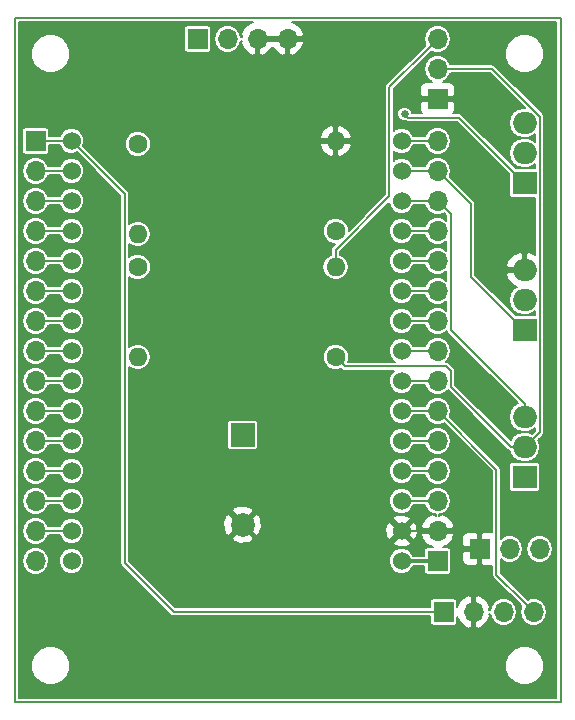
<source format=gbr>
%TF.GenerationSoftware,KiCad,Pcbnew,5.0.2-bee76a0~70~ubuntu18.04.1*%
%TF.CreationDate,2019-10-11T23:19:19+02:00*%
%TF.ProjectId,ESP8266-LolinV3-Lamp,45535038-3236-4362-9d4c-6f6c696e5633,1.0*%
%TF.SameCoordinates,Original*%
%TF.FileFunction,Copper,L1,Top*%
%TF.FilePolarity,Positive*%
%FSLAX46Y46*%
G04 Gerber Fmt 4.6, Leading zero omitted, Abs format (unit mm)*
G04 Created by KiCad (PCBNEW 5.0.2-bee76a0~70~ubuntu18.04.1) date ven 11 ott 2019 23:19:19 CEST*
%MOMM*%
%LPD*%
G01*
G04 APERTURE LIST*
%ADD10C,0.150000*%
%ADD11O,1.600000X1.600000*%
%ADD12C,1.600000*%
%ADD13R,2.000000X1.905000*%
%ADD14O,2.000000X1.905000*%
%ADD15R,2.000000X2.000000*%
%ADD16C,2.000000*%
%ADD17O,1.700000X1.700000*%
%ADD18R,1.700000X1.700000*%
%ADD19C,1.524000*%
%ADD20C,0.650000*%
%ADD21C,0.160000*%
%ADD22C,0.300000*%
%ADD23C,0.200000*%
G04 APERTURE END LIST*
D10*
X185674000Y-48768000D02*
X185674000Y-106680000D01*
X139446000Y-106680000D02*
X185674000Y-106680000D01*
X139446000Y-48768000D02*
X185674000Y-48768000D01*
X139446000Y-106680000D02*
X139446000Y-48768000D01*
D11*
X149860000Y-67056000D03*
D12*
X149860000Y-59436000D03*
X166624000Y-77470000D03*
D11*
X166624000Y-69850000D03*
X149860000Y-77470000D03*
D12*
X149860000Y-69850000D03*
X166624000Y-66802000D03*
D11*
X166624000Y-59182000D03*
D13*
X182626000Y-62738000D03*
D14*
X182626000Y-60198000D03*
X182626000Y-57658000D03*
D15*
X158750000Y-84074000D03*
D16*
X158750000Y-91674000D03*
D17*
X175260000Y-50546000D03*
X175260000Y-53086000D03*
D18*
X175260000Y-55626000D03*
X178816000Y-93726000D03*
D17*
X181356000Y-93726000D03*
X183896000Y-93726000D03*
X162560000Y-50546000D03*
X160020000Y-50546000D03*
X157480000Y-50546000D03*
D18*
X154940000Y-50546000D03*
X175768000Y-99060000D03*
D17*
X178308000Y-99060000D03*
X180848000Y-99060000D03*
X183388000Y-99060000D03*
X141224000Y-94742000D03*
X141224000Y-92202000D03*
X141224000Y-89662000D03*
X141224000Y-87122000D03*
X141224000Y-84582000D03*
X141224000Y-82042000D03*
X141224000Y-79502000D03*
X141224000Y-76962000D03*
X141224000Y-74422000D03*
X141224000Y-71882000D03*
X141224000Y-69342000D03*
X141224000Y-66802000D03*
X141224000Y-64262000D03*
X141224000Y-61722000D03*
D18*
X141224000Y-59182000D03*
X175260000Y-94742000D03*
D17*
X175260000Y-92202000D03*
X175260000Y-89662000D03*
X175260000Y-87122000D03*
X175260000Y-84582000D03*
X175260000Y-82042000D03*
X175260000Y-79502000D03*
X175260000Y-76962000D03*
X175260000Y-74422000D03*
X175260000Y-71882000D03*
X175260000Y-69342000D03*
X175260000Y-66802000D03*
X175260000Y-64262000D03*
X175260000Y-61722000D03*
X175260000Y-59182000D03*
D19*
X144272000Y-59182000D03*
X144272000Y-61722000D03*
X144272000Y-64262000D03*
X144272000Y-66802000D03*
X144272000Y-69342000D03*
X144272000Y-71882000D03*
X144272000Y-74422000D03*
X144272000Y-76962000D03*
X144272000Y-79502000D03*
X144272000Y-82042000D03*
X144272000Y-84582000D03*
X144272000Y-87122000D03*
X144272000Y-89662000D03*
X144272000Y-92202000D03*
X144272000Y-94742000D03*
X172212000Y-94742000D03*
X172212000Y-92202000D03*
X172212000Y-89662000D03*
X172212000Y-87122000D03*
X172212000Y-84582000D03*
X172212000Y-82042000D03*
X172212000Y-79502000D03*
X172212000Y-76962000D03*
X172212000Y-74422000D03*
X172212000Y-71882000D03*
X172212000Y-69342000D03*
X172212000Y-66802000D03*
X172212000Y-64262000D03*
X172212000Y-61722000D03*
X172212000Y-59182000D03*
D14*
X182626000Y-82550000D03*
X182626000Y-85090000D03*
D13*
X182626000Y-87630000D03*
X182626000Y-75184000D03*
D14*
X182626000Y-72644000D03*
X182626000Y-70104000D03*
D20*
X163576000Y-66294000D03*
X162306000Y-66294000D03*
X162306000Y-65024000D03*
X163576000Y-65024000D03*
X166878000Y-62738000D03*
X166878000Y-64008000D03*
X165862000Y-62738000D03*
X165862000Y-64008000D03*
X172466000Y-56896000D03*
D21*
X173289630Y-61722000D02*
X175260000Y-61722000D01*
X172212000Y-61722000D02*
X173289630Y-61722000D01*
X178054000Y-70659500D02*
X182578500Y-75184000D01*
X178054000Y-64516000D02*
X178054000Y-70659500D01*
X182578500Y-75184000D02*
X182626000Y-75184000D01*
X175260000Y-61722000D02*
X178054000Y-64516000D01*
X173289630Y-92202000D02*
X175260000Y-92202000D01*
X172212000Y-92202000D02*
X173289630Y-92202000D01*
D22*
X173289630Y-94742000D02*
X175260000Y-94742000D01*
X172212000Y-94742000D02*
X173289630Y-94742000D01*
D21*
X172212000Y-64262000D02*
X175260000Y-64262000D01*
X176390001Y-75201501D02*
X182626000Y-81437500D01*
X182626000Y-81437500D02*
X182626000Y-82550000D01*
X176390001Y-65392001D02*
X176390001Y-75201501D01*
X175260000Y-64262000D02*
X176390001Y-65392001D01*
X167423999Y-78269999D02*
X166624000Y-77470000D01*
X175980399Y-78269999D02*
X167423999Y-78269999D01*
X176390001Y-78679601D02*
X175980399Y-78269999D01*
X176390001Y-80014001D02*
X176390001Y-78679601D01*
X181466000Y-85090000D02*
X176390001Y-80014001D01*
X182626000Y-85090000D02*
X181466000Y-85090000D01*
X176462081Y-53086000D02*
X175260000Y-53086000D01*
X179844532Y-53086000D02*
X176462081Y-53086000D01*
X183906010Y-57147478D02*
X179844532Y-53086000D01*
X183906010Y-83857490D02*
X183906010Y-57147478D01*
X182673500Y-85090000D02*
X183906010Y-83857490D01*
X182626000Y-85090000D02*
X182673500Y-85090000D01*
X174410001Y-51395999D02*
X175260000Y-50546000D01*
X171169999Y-63854403D02*
X171169999Y-54636001D01*
X171169999Y-54636001D02*
X174410001Y-51395999D01*
X166624000Y-68400402D02*
X171169999Y-63854403D01*
X166624000Y-69850000D02*
X166624000Y-68400402D01*
X172790999Y-57220999D02*
X177061499Y-57220999D01*
X182578500Y-62738000D02*
X182626000Y-62738000D01*
X177061499Y-57220999D02*
X182578500Y-62738000D01*
X172466000Y-56896000D02*
X172790999Y-57220999D01*
X142234000Y-59182000D02*
X144272000Y-59182000D01*
X141224000Y-59182000D02*
X142234000Y-59182000D01*
X145033999Y-59943999D02*
X144272000Y-59182000D01*
X175768000Y-99060000D02*
X171231998Y-99060000D01*
X148779999Y-63689999D02*
X148779999Y-94931999D01*
X144272000Y-59182000D02*
X148779999Y-63689999D01*
X148779999Y-94931999D02*
X152908000Y-99060000D01*
X152908000Y-99060000D02*
X175768000Y-99060000D01*
X142426081Y-61722000D02*
X144272000Y-61722000D01*
X141224000Y-61722000D02*
X142426081Y-61722000D01*
X142426081Y-64262000D02*
X144272000Y-64262000D01*
X141224000Y-64262000D02*
X142426081Y-64262000D01*
X142426081Y-66802000D02*
X144272000Y-66802000D01*
X141224000Y-66802000D02*
X142426081Y-66802000D01*
X141224000Y-69342000D02*
X144272000Y-69342000D01*
X141224000Y-71882000D02*
X144272000Y-71882000D01*
X142426081Y-74422000D02*
X144272000Y-74422000D01*
X141224000Y-74422000D02*
X142426081Y-74422000D01*
X141224000Y-76962000D02*
X144272000Y-76962000D01*
X142426081Y-79502000D02*
X144272000Y-79502000D01*
X141224000Y-79502000D02*
X142426081Y-79502000D01*
X141224000Y-82042000D02*
X144272000Y-82042000D01*
X141224000Y-84582000D02*
X144272000Y-84582000D01*
X141224000Y-87122000D02*
X144272000Y-87122000D01*
X141224000Y-89662000D02*
X144272000Y-89662000D01*
X141224000Y-92202000D02*
X144272000Y-92202000D01*
X173289630Y-89662000D02*
X175260000Y-89662000D01*
X172212000Y-89662000D02*
X173289630Y-89662000D01*
X172212000Y-87122000D02*
X175260000Y-87122000D01*
X172212000Y-84582000D02*
X175260000Y-84582000D01*
X173289630Y-82042000D02*
X175260000Y-82042000D01*
X172212000Y-82042000D02*
X173289630Y-82042000D01*
X182538001Y-98210001D02*
X183388000Y-99060000D01*
X180225999Y-95897999D02*
X182538001Y-98210001D01*
X180225999Y-87007999D02*
X180225999Y-95897999D01*
X175260000Y-82042000D02*
X180225999Y-87007999D01*
X172212000Y-79502000D02*
X175260000Y-79502000D01*
X173289630Y-76962000D02*
X175260000Y-76962000D01*
X172212000Y-76962000D02*
X173289630Y-76962000D01*
X173289630Y-74422000D02*
X175260000Y-74422000D01*
X172212000Y-74422000D02*
X173289630Y-74422000D01*
X172212000Y-71882000D02*
X175260000Y-71882000D01*
X173289630Y-69342000D02*
X175260000Y-69342000D01*
X172212000Y-69342000D02*
X173289630Y-69342000D01*
X173289630Y-66802000D02*
X175260000Y-66802000D01*
X172212000Y-66802000D02*
X173289630Y-66802000D01*
X172212000Y-59182000D02*
X175260000Y-59182000D01*
D23*
G36*
X159292384Y-49282523D02*
X158864259Y-49657146D01*
X158612085Y-50167089D01*
X158722143Y-50391998D01*
X158621896Y-50391998D01*
X158563276Y-50097293D01*
X158309103Y-49716897D01*
X157928707Y-49462724D01*
X157593261Y-49396000D01*
X157366739Y-49396000D01*
X157031293Y-49462724D01*
X156650897Y-49716897D01*
X156396724Y-50097293D01*
X156307471Y-50546000D01*
X156396724Y-50994707D01*
X156650897Y-51375103D01*
X157031293Y-51629276D01*
X157366739Y-51696000D01*
X157593261Y-51696000D01*
X157928707Y-51629276D01*
X158309103Y-51375103D01*
X158563276Y-50994707D01*
X158621896Y-50700002D01*
X158722143Y-50700002D01*
X158612085Y-50924911D01*
X158864259Y-51434854D01*
X159292384Y-51809477D01*
X159641090Y-51953903D01*
X159866000Y-51842889D01*
X159866000Y-50700000D01*
X160174000Y-50700000D01*
X160174000Y-51842889D01*
X160398910Y-51953903D01*
X160747616Y-51809477D01*
X161175741Y-51434854D01*
X161290000Y-51203801D01*
X161404259Y-51434854D01*
X161832384Y-51809477D01*
X162181090Y-51953903D01*
X162406000Y-51842889D01*
X162406000Y-50700000D01*
X162714000Y-50700000D01*
X162714000Y-51842889D01*
X162938910Y-51953903D01*
X163287616Y-51809477D01*
X163715741Y-51434854D01*
X163967915Y-50924911D01*
X163857856Y-50700000D01*
X162714000Y-50700000D01*
X162406000Y-50700000D01*
X160174000Y-50700000D01*
X159866000Y-50700000D01*
X159846000Y-50700000D01*
X159846000Y-50392000D01*
X159866000Y-50392000D01*
X159866000Y-50372000D01*
X160174000Y-50372000D01*
X160174000Y-50392000D01*
X162406000Y-50392000D01*
X162406000Y-50372000D01*
X162714000Y-50372000D01*
X162714000Y-50392000D01*
X163857856Y-50392000D01*
X163967915Y-50167089D01*
X163715741Y-49657146D01*
X163287616Y-49282523D01*
X162950748Y-49143000D01*
X185299000Y-49143000D01*
X185299001Y-106305000D01*
X139821000Y-106305000D01*
X139821000Y-103303795D01*
X140844000Y-103303795D01*
X140844000Y-103960205D01*
X141095198Y-104566650D01*
X141559350Y-105030802D01*
X142165795Y-105282000D01*
X142822205Y-105282000D01*
X143428650Y-105030802D01*
X143892802Y-104566650D01*
X144144000Y-103960205D01*
X144144000Y-103303795D01*
X180976000Y-103303795D01*
X180976000Y-103960205D01*
X181227198Y-104566650D01*
X181691350Y-105030802D01*
X182297795Y-105282000D01*
X182954205Y-105282000D01*
X183560650Y-105030802D01*
X184024802Y-104566650D01*
X184276000Y-103960205D01*
X184276000Y-103303795D01*
X184024802Y-102697350D01*
X183560650Y-102233198D01*
X182954205Y-101982000D01*
X182297795Y-101982000D01*
X181691350Y-102233198D01*
X181227198Y-102697350D01*
X180976000Y-103303795D01*
X144144000Y-103303795D01*
X143892802Y-102697350D01*
X143428650Y-102233198D01*
X142822205Y-101982000D01*
X142165795Y-101982000D01*
X141559350Y-102233198D01*
X141095198Y-102697350D01*
X140844000Y-103303795D01*
X139821000Y-103303795D01*
X139821000Y-94742000D01*
X140051471Y-94742000D01*
X140140724Y-95190707D01*
X140394897Y-95571103D01*
X140775293Y-95825276D01*
X141110739Y-95892000D01*
X141337261Y-95892000D01*
X141672707Y-95825276D01*
X142053103Y-95571103D01*
X142307276Y-95190707D01*
X142396529Y-94742000D01*
X142354510Y-94530755D01*
X143210000Y-94530755D01*
X143210000Y-94953245D01*
X143371680Y-95343575D01*
X143670425Y-95642320D01*
X144060755Y-95804000D01*
X144483245Y-95804000D01*
X144873575Y-95642320D01*
X145172320Y-95343575D01*
X145334000Y-94953245D01*
X145334000Y-94530755D01*
X145172320Y-94140425D01*
X144873575Y-93841680D01*
X144483245Y-93680000D01*
X144060755Y-93680000D01*
X143670425Y-93841680D01*
X143371680Y-94140425D01*
X143210000Y-94530755D01*
X142354510Y-94530755D01*
X142307276Y-94293293D01*
X142053103Y-93912897D01*
X141672707Y-93658724D01*
X141337261Y-93592000D01*
X141110739Y-93592000D01*
X140775293Y-93658724D01*
X140394897Y-93912897D01*
X140140724Y-94293293D01*
X140051471Y-94742000D01*
X139821000Y-94742000D01*
X139821000Y-92202000D01*
X140051471Y-92202000D01*
X140140724Y-92650707D01*
X140394897Y-93031103D01*
X140775293Y-93285276D01*
X141110739Y-93352000D01*
X141337261Y-93352000D01*
X141672707Y-93285276D01*
X142053103Y-93031103D01*
X142307276Y-92650707D01*
X142320943Y-92582000D01*
X143279901Y-92582000D01*
X143371680Y-92803575D01*
X143670425Y-93102320D01*
X144060755Y-93264000D01*
X144483245Y-93264000D01*
X144873575Y-93102320D01*
X145172320Y-92803575D01*
X145334000Y-92413245D01*
X145334000Y-91990755D01*
X145172320Y-91600425D01*
X144873575Y-91301680D01*
X144483245Y-91140000D01*
X144060755Y-91140000D01*
X143670425Y-91301680D01*
X143371680Y-91600425D01*
X143279901Y-91822000D01*
X142320943Y-91822000D01*
X142307276Y-91753293D01*
X142053103Y-91372897D01*
X141672707Y-91118724D01*
X141337261Y-91052000D01*
X141110739Y-91052000D01*
X140775293Y-91118724D01*
X140394897Y-91372897D01*
X140140724Y-91753293D01*
X140051471Y-92202000D01*
X139821000Y-92202000D01*
X139821000Y-89662000D01*
X140051471Y-89662000D01*
X140140724Y-90110707D01*
X140394897Y-90491103D01*
X140775293Y-90745276D01*
X141110739Y-90812000D01*
X141337261Y-90812000D01*
X141672707Y-90745276D01*
X142053103Y-90491103D01*
X142307276Y-90110707D01*
X142320943Y-90042000D01*
X143279901Y-90042000D01*
X143371680Y-90263575D01*
X143670425Y-90562320D01*
X144060755Y-90724000D01*
X144483245Y-90724000D01*
X144873575Y-90562320D01*
X145172320Y-90263575D01*
X145334000Y-89873245D01*
X145334000Y-89450755D01*
X145172320Y-89060425D01*
X144873575Y-88761680D01*
X144483245Y-88600000D01*
X144060755Y-88600000D01*
X143670425Y-88761680D01*
X143371680Y-89060425D01*
X143279901Y-89282000D01*
X142320943Y-89282000D01*
X142307276Y-89213293D01*
X142053103Y-88832897D01*
X141672707Y-88578724D01*
X141337261Y-88512000D01*
X141110739Y-88512000D01*
X140775293Y-88578724D01*
X140394897Y-88832897D01*
X140140724Y-89213293D01*
X140051471Y-89662000D01*
X139821000Y-89662000D01*
X139821000Y-87122000D01*
X140051471Y-87122000D01*
X140140724Y-87570707D01*
X140394897Y-87951103D01*
X140775293Y-88205276D01*
X141110739Y-88272000D01*
X141337261Y-88272000D01*
X141672707Y-88205276D01*
X142053103Y-87951103D01*
X142307276Y-87570707D01*
X142320943Y-87502000D01*
X143279901Y-87502000D01*
X143371680Y-87723575D01*
X143670425Y-88022320D01*
X144060755Y-88184000D01*
X144483245Y-88184000D01*
X144873575Y-88022320D01*
X145172320Y-87723575D01*
X145334000Y-87333245D01*
X145334000Y-86910755D01*
X145172320Y-86520425D01*
X144873575Y-86221680D01*
X144483245Y-86060000D01*
X144060755Y-86060000D01*
X143670425Y-86221680D01*
X143371680Y-86520425D01*
X143279901Y-86742000D01*
X142320943Y-86742000D01*
X142307276Y-86673293D01*
X142053103Y-86292897D01*
X141672707Y-86038724D01*
X141337261Y-85972000D01*
X141110739Y-85972000D01*
X140775293Y-86038724D01*
X140394897Y-86292897D01*
X140140724Y-86673293D01*
X140051471Y-87122000D01*
X139821000Y-87122000D01*
X139821000Y-84582000D01*
X140051471Y-84582000D01*
X140140724Y-85030707D01*
X140394897Y-85411103D01*
X140775293Y-85665276D01*
X141110739Y-85732000D01*
X141337261Y-85732000D01*
X141672707Y-85665276D01*
X142053103Y-85411103D01*
X142307276Y-85030707D01*
X142320943Y-84962000D01*
X143279901Y-84962000D01*
X143371680Y-85183575D01*
X143670425Y-85482320D01*
X144060755Y-85644000D01*
X144483245Y-85644000D01*
X144873575Y-85482320D01*
X145172320Y-85183575D01*
X145334000Y-84793245D01*
X145334000Y-84370755D01*
X145172320Y-83980425D01*
X144873575Y-83681680D01*
X144483245Y-83520000D01*
X144060755Y-83520000D01*
X143670425Y-83681680D01*
X143371680Y-83980425D01*
X143279901Y-84202000D01*
X142320943Y-84202000D01*
X142307276Y-84133293D01*
X142053103Y-83752897D01*
X141672707Y-83498724D01*
X141337261Y-83432000D01*
X141110739Y-83432000D01*
X140775293Y-83498724D01*
X140394897Y-83752897D01*
X140140724Y-84133293D01*
X140051471Y-84582000D01*
X139821000Y-84582000D01*
X139821000Y-82042000D01*
X140051471Y-82042000D01*
X140140724Y-82490707D01*
X140394897Y-82871103D01*
X140775293Y-83125276D01*
X141110739Y-83192000D01*
X141337261Y-83192000D01*
X141672707Y-83125276D01*
X142053103Y-82871103D01*
X142307276Y-82490707D01*
X142320943Y-82422000D01*
X143279901Y-82422000D01*
X143371680Y-82643575D01*
X143670425Y-82942320D01*
X144060755Y-83104000D01*
X144483245Y-83104000D01*
X144873575Y-82942320D01*
X145172320Y-82643575D01*
X145334000Y-82253245D01*
X145334000Y-81830755D01*
X145172320Y-81440425D01*
X144873575Y-81141680D01*
X144483245Y-80980000D01*
X144060755Y-80980000D01*
X143670425Y-81141680D01*
X143371680Y-81440425D01*
X143279901Y-81662000D01*
X142320943Y-81662000D01*
X142307276Y-81593293D01*
X142053103Y-81212897D01*
X141672707Y-80958724D01*
X141337261Y-80892000D01*
X141110739Y-80892000D01*
X140775293Y-80958724D01*
X140394897Y-81212897D01*
X140140724Y-81593293D01*
X140051471Y-82042000D01*
X139821000Y-82042000D01*
X139821000Y-79502000D01*
X140051471Y-79502000D01*
X140140724Y-79950707D01*
X140394897Y-80331103D01*
X140775293Y-80585276D01*
X141110739Y-80652000D01*
X141337261Y-80652000D01*
X141672707Y-80585276D01*
X142053103Y-80331103D01*
X142307276Y-79950707D01*
X142320943Y-79882000D01*
X143279901Y-79882000D01*
X143371680Y-80103575D01*
X143670425Y-80402320D01*
X144060755Y-80564000D01*
X144483245Y-80564000D01*
X144873575Y-80402320D01*
X145172320Y-80103575D01*
X145334000Y-79713245D01*
X145334000Y-79290755D01*
X145172320Y-78900425D01*
X144873575Y-78601680D01*
X144483245Y-78440000D01*
X144060755Y-78440000D01*
X143670425Y-78601680D01*
X143371680Y-78900425D01*
X143279901Y-79122000D01*
X142320943Y-79122000D01*
X142307276Y-79053293D01*
X142053103Y-78672897D01*
X141672707Y-78418724D01*
X141337261Y-78352000D01*
X141110739Y-78352000D01*
X140775293Y-78418724D01*
X140394897Y-78672897D01*
X140140724Y-79053293D01*
X140051471Y-79502000D01*
X139821000Y-79502000D01*
X139821000Y-76962000D01*
X140051471Y-76962000D01*
X140140724Y-77410707D01*
X140394897Y-77791103D01*
X140775293Y-78045276D01*
X141110739Y-78112000D01*
X141337261Y-78112000D01*
X141672707Y-78045276D01*
X142053103Y-77791103D01*
X142307276Y-77410707D01*
X142320943Y-77342000D01*
X143279901Y-77342000D01*
X143371680Y-77563575D01*
X143670425Y-77862320D01*
X144060755Y-78024000D01*
X144483245Y-78024000D01*
X144873575Y-77862320D01*
X145172320Y-77563575D01*
X145334000Y-77173245D01*
X145334000Y-76750755D01*
X145172320Y-76360425D01*
X144873575Y-76061680D01*
X144483245Y-75900000D01*
X144060755Y-75900000D01*
X143670425Y-76061680D01*
X143371680Y-76360425D01*
X143279901Y-76582000D01*
X142320943Y-76582000D01*
X142307276Y-76513293D01*
X142053103Y-76132897D01*
X141672707Y-75878724D01*
X141337261Y-75812000D01*
X141110739Y-75812000D01*
X140775293Y-75878724D01*
X140394897Y-76132897D01*
X140140724Y-76513293D01*
X140051471Y-76962000D01*
X139821000Y-76962000D01*
X139821000Y-74422000D01*
X140051471Y-74422000D01*
X140140724Y-74870707D01*
X140394897Y-75251103D01*
X140775293Y-75505276D01*
X141110739Y-75572000D01*
X141337261Y-75572000D01*
X141672707Y-75505276D01*
X142053103Y-75251103D01*
X142307276Y-74870707D01*
X142320943Y-74802000D01*
X143279901Y-74802000D01*
X143371680Y-75023575D01*
X143670425Y-75322320D01*
X144060755Y-75484000D01*
X144483245Y-75484000D01*
X144873575Y-75322320D01*
X145172320Y-75023575D01*
X145334000Y-74633245D01*
X145334000Y-74210755D01*
X145172320Y-73820425D01*
X144873575Y-73521680D01*
X144483245Y-73360000D01*
X144060755Y-73360000D01*
X143670425Y-73521680D01*
X143371680Y-73820425D01*
X143279901Y-74042000D01*
X142320943Y-74042000D01*
X142307276Y-73973293D01*
X142053103Y-73592897D01*
X141672707Y-73338724D01*
X141337261Y-73272000D01*
X141110739Y-73272000D01*
X140775293Y-73338724D01*
X140394897Y-73592897D01*
X140140724Y-73973293D01*
X140051471Y-74422000D01*
X139821000Y-74422000D01*
X139821000Y-71882000D01*
X140051471Y-71882000D01*
X140140724Y-72330707D01*
X140394897Y-72711103D01*
X140775293Y-72965276D01*
X141110739Y-73032000D01*
X141337261Y-73032000D01*
X141672707Y-72965276D01*
X142053103Y-72711103D01*
X142307276Y-72330707D01*
X142320943Y-72262000D01*
X143279901Y-72262000D01*
X143371680Y-72483575D01*
X143670425Y-72782320D01*
X144060755Y-72944000D01*
X144483245Y-72944000D01*
X144873575Y-72782320D01*
X145172320Y-72483575D01*
X145334000Y-72093245D01*
X145334000Y-71670755D01*
X145172320Y-71280425D01*
X144873575Y-70981680D01*
X144483245Y-70820000D01*
X144060755Y-70820000D01*
X143670425Y-70981680D01*
X143371680Y-71280425D01*
X143279901Y-71502000D01*
X142320943Y-71502000D01*
X142307276Y-71433293D01*
X142053103Y-71052897D01*
X141672707Y-70798724D01*
X141337261Y-70732000D01*
X141110739Y-70732000D01*
X140775293Y-70798724D01*
X140394897Y-71052897D01*
X140140724Y-71433293D01*
X140051471Y-71882000D01*
X139821000Y-71882000D01*
X139821000Y-69342000D01*
X140051471Y-69342000D01*
X140140724Y-69790707D01*
X140394897Y-70171103D01*
X140775293Y-70425276D01*
X141110739Y-70492000D01*
X141337261Y-70492000D01*
X141672707Y-70425276D01*
X142053103Y-70171103D01*
X142307276Y-69790707D01*
X142320943Y-69722000D01*
X143279901Y-69722000D01*
X143371680Y-69943575D01*
X143670425Y-70242320D01*
X144060755Y-70404000D01*
X144483245Y-70404000D01*
X144873575Y-70242320D01*
X145172320Y-69943575D01*
X145334000Y-69553245D01*
X145334000Y-69130755D01*
X145172320Y-68740425D01*
X144873575Y-68441680D01*
X144483245Y-68280000D01*
X144060755Y-68280000D01*
X143670425Y-68441680D01*
X143371680Y-68740425D01*
X143279901Y-68962000D01*
X142320943Y-68962000D01*
X142307276Y-68893293D01*
X142053103Y-68512897D01*
X141672707Y-68258724D01*
X141337261Y-68192000D01*
X141110739Y-68192000D01*
X140775293Y-68258724D01*
X140394897Y-68512897D01*
X140140724Y-68893293D01*
X140051471Y-69342000D01*
X139821000Y-69342000D01*
X139821000Y-66802000D01*
X140051471Y-66802000D01*
X140140724Y-67250707D01*
X140394897Y-67631103D01*
X140775293Y-67885276D01*
X141110739Y-67952000D01*
X141337261Y-67952000D01*
X141672707Y-67885276D01*
X142053103Y-67631103D01*
X142307276Y-67250707D01*
X142320943Y-67182000D01*
X143279901Y-67182000D01*
X143371680Y-67403575D01*
X143670425Y-67702320D01*
X144060755Y-67864000D01*
X144483245Y-67864000D01*
X144873575Y-67702320D01*
X145172320Y-67403575D01*
X145334000Y-67013245D01*
X145334000Y-66590755D01*
X145172320Y-66200425D01*
X144873575Y-65901680D01*
X144483245Y-65740000D01*
X144060755Y-65740000D01*
X143670425Y-65901680D01*
X143371680Y-66200425D01*
X143279901Y-66422000D01*
X142320943Y-66422000D01*
X142307276Y-66353293D01*
X142053103Y-65972897D01*
X141672707Y-65718724D01*
X141337261Y-65652000D01*
X141110739Y-65652000D01*
X140775293Y-65718724D01*
X140394897Y-65972897D01*
X140140724Y-66353293D01*
X140051471Y-66802000D01*
X139821000Y-66802000D01*
X139821000Y-64262000D01*
X140051471Y-64262000D01*
X140140724Y-64710707D01*
X140394897Y-65091103D01*
X140775293Y-65345276D01*
X141110739Y-65412000D01*
X141337261Y-65412000D01*
X141672707Y-65345276D01*
X142053103Y-65091103D01*
X142307276Y-64710707D01*
X142320943Y-64642000D01*
X143279901Y-64642000D01*
X143371680Y-64863575D01*
X143670425Y-65162320D01*
X144060755Y-65324000D01*
X144483245Y-65324000D01*
X144873575Y-65162320D01*
X145172320Y-64863575D01*
X145334000Y-64473245D01*
X145334000Y-64050755D01*
X145172320Y-63660425D01*
X144873575Y-63361680D01*
X144483245Y-63200000D01*
X144060755Y-63200000D01*
X143670425Y-63361680D01*
X143371680Y-63660425D01*
X143279901Y-63882000D01*
X142320943Y-63882000D01*
X142307276Y-63813293D01*
X142053103Y-63432897D01*
X141672707Y-63178724D01*
X141337261Y-63112000D01*
X141110739Y-63112000D01*
X140775293Y-63178724D01*
X140394897Y-63432897D01*
X140140724Y-63813293D01*
X140051471Y-64262000D01*
X139821000Y-64262000D01*
X139821000Y-61722000D01*
X140051471Y-61722000D01*
X140140724Y-62170707D01*
X140394897Y-62551103D01*
X140775293Y-62805276D01*
X141110739Y-62872000D01*
X141337261Y-62872000D01*
X141672707Y-62805276D01*
X142053103Y-62551103D01*
X142307276Y-62170707D01*
X142320943Y-62102000D01*
X143279901Y-62102000D01*
X143371680Y-62323575D01*
X143670425Y-62622320D01*
X144060755Y-62784000D01*
X144483245Y-62784000D01*
X144873575Y-62622320D01*
X145172320Y-62323575D01*
X145334000Y-61933245D01*
X145334000Y-61510755D01*
X145172320Y-61120425D01*
X144873575Y-60821680D01*
X144483245Y-60660000D01*
X144060755Y-60660000D01*
X143670425Y-60821680D01*
X143371680Y-61120425D01*
X143279901Y-61342000D01*
X142320943Y-61342000D01*
X142307276Y-61273293D01*
X142053103Y-60892897D01*
X141672707Y-60638724D01*
X141337261Y-60572000D01*
X141110739Y-60572000D01*
X140775293Y-60638724D01*
X140394897Y-60892897D01*
X140140724Y-61273293D01*
X140051471Y-61722000D01*
X139821000Y-61722000D01*
X139821000Y-58332000D01*
X140068123Y-58332000D01*
X140068123Y-60032000D01*
X140091407Y-60149054D01*
X140157712Y-60248288D01*
X140256946Y-60314593D01*
X140374000Y-60337877D01*
X142074000Y-60337877D01*
X142191054Y-60314593D01*
X142290288Y-60248288D01*
X142356593Y-60149054D01*
X142379877Y-60032000D01*
X142379877Y-59562000D01*
X143279901Y-59562000D01*
X143371680Y-59783575D01*
X143670425Y-60082320D01*
X144060755Y-60244000D01*
X144483245Y-60244000D01*
X144704819Y-60152221D01*
X144791760Y-60239162D01*
X144791765Y-60239165D01*
X148399999Y-63847401D01*
X148400000Y-94894575D01*
X148392556Y-94931999D01*
X148422048Y-95080267D01*
X148484836Y-95174236D01*
X148484838Y-95174238D01*
X148506036Y-95205963D01*
X148537761Y-95227161D01*
X152612838Y-99302239D01*
X152634036Y-99333964D01*
X152759732Y-99417952D01*
X152870576Y-99440000D01*
X152870581Y-99440000D01*
X152908000Y-99447443D01*
X152945419Y-99440000D01*
X174612123Y-99440000D01*
X174612123Y-99910000D01*
X174635407Y-100027054D01*
X174701712Y-100126288D01*
X174800946Y-100192593D01*
X174918000Y-100215877D01*
X176618000Y-100215877D01*
X176735054Y-100192593D01*
X176834288Y-100126288D01*
X176900593Y-100027054D01*
X176923877Y-99910000D01*
X176923877Y-99487023D01*
X177152259Y-99948854D01*
X177580384Y-100323477D01*
X177929090Y-100467903D01*
X178154000Y-100356889D01*
X178154000Y-99214000D01*
X178134000Y-99214000D01*
X178134000Y-98906000D01*
X178154000Y-98906000D01*
X178154000Y-97763111D01*
X178462000Y-97763111D01*
X178462000Y-98906000D01*
X178482000Y-98906000D01*
X178482000Y-99214000D01*
X178462000Y-99214000D01*
X178462000Y-100356889D01*
X178686910Y-100467903D01*
X179035616Y-100323477D01*
X179463741Y-99948854D01*
X179715915Y-99438911D01*
X179605857Y-99214002D01*
X179706104Y-99214002D01*
X179764724Y-99508707D01*
X180018897Y-99889103D01*
X180399293Y-100143276D01*
X180734739Y-100210000D01*
X180961261Y-100210000D01*
X181296707Y-100143276D01*
X181677103Y-99889103D01*
X181931276Y-99508707D01*
X182020529Y-99060000D01*
X181931276Y-98611293D01*
X181677103Y-98230897D01*
X181296707Y-97976724D01*
X180961261Y-97910000D01*
X180734739Y-97910000D01*
X180399293Y-97976724D01*
X180018897Y-98230897D01*
X179764724Y-98611293D01*
X179706104Y-98905998D01*
X179605857Y-98905998D01*
X179715915Y-98681089D01*
X179463741Y-98171146D01*
X179035616Y-97796523D01*
X178686910Y-97652097D01*
X178462000Y-97763111D01*
X178154000Y-97763111D01*
X177929090Y-97652097D01*
X177580384Y-97796523D01*
X177152259Y-98171146D01*
X176923877Y-98632977D01*
X176923877Y-98210000D01*
X176900593Y-98092946D01*
X176834288Y-97993712D01*
X176735054Y-97927407D01*
X176618000Y-97904123D01*
X174918000Y-97904123D01*
X174800946Y-97927407D01*
X174701712Y-97993712D01*
X174635407Y-98092946D01*
X174612123Y-98210000D01*
X174612123Y-98680000D01*
X153065401Y-98680000D01*
X149159999Y-94774599D01*
X149159999Y-94530755D01*
X171150000Y-94530755D01*
X171150000Y-94953245D01*
X171311680Y-95343575D01*
X171610425Y-95642320D01*
X172000755Y-95804000D01*
X172423245Y-95804000D01*
X172813575Y-95642320D01*
X173112320Y-95343575D01*
X173175104Y-95192000D01*
X174104123Y-95192000D01*
X174104123Y-95592000D01*
X174127407Y-95709054D01*
X174193712Y-95808288D01*
X174292946Y-95874593D01*
X174410000Y-95897877D01*
X176110000Y-95897877D01*
X176227054Y-95874593D01*
X176326288Y-95808288D01*
X176392593Y-95709054D01*
X176415877Y-95592000D01*
X176415877Y-94032000D01*
X177358000Y-94032000D01*
X177358000Y-94696939D01*
X177450563Y-94920405D01*
X177621596Y-95091438D01*
X177845062Y-95184000D01*
X178510000Y-95184000D01*
X178662000Y-95032000D01*
X178662000Y-93880000D01*
X177510000Y-93880000D01*
X177358000Y-94032000D01*
X176415877Y-94032000D01*
X176415877Y-93892000D01*
X176392593Y-93774946D01*
X176326288Y-93675712D01*
X176227054Y-93609407D01*
X176110000Y-93586123D01*
X175687023Y-93586123D01*
X176148854Y-93357741D01*
X176523477Y-92929616D01*
X176595773Y-92755061D01*
X177358000Y-92755061D01*
X177358000Y-93420000D01*
X177510000Y-93572000D01*
X178662000Y-93572000D01*
X178662000Y-92420000D01*
X178510000Y-92268000D01*
X177845062Y-92268000D01*
X177621596Y-92360562D01*
X177450563Y-92531595D01*
X177358000Y-92755061D01*
X176595773Y-92755061D01*
X176667903Y-92580910D01*
X176556889Y-92356000D01*
X175414000Y-92356000D01*
X175414000Y-92376000D01*
X175106000Y-92376000D01*
X175106000Y-92356000D01*
X173963111Y-92356000D01*
X173852097Y-92580910D01*
X173996523Y-92929616D01*
X174371146Y-93357741D01*
X174832977Y-93586123D01*
X174410000Y-93586123D01*
X174292946Y-93609407D01*
X174193712Y-93675712D01*
X174127407Y-93774946D01*
X174104123Y-93892000D01*
X174104123Y-94292000D01*
X173175104Y-94292000D01*
X173112320Y-94140425D01*
X172813575Y-93841680D01*
X172423245Y-93680000D01*
X172000755Y-93680000D01*
X171610425Y-93841680D01*
X171311680Y-94140425D01*
X171150000Y-94530755D01*
X149159999Y-94530755D01*
X149159999Y-92829066D01*
X157812723Y-92829066D01*
X157915174Y-93085040D01*
X158518703Y-93297105D01*
X159157445Y-93262067D01*
X159345026Y-93184368D01*
X171447421Y-93184368D01*
X171520551Y-93415698D01*
X172037647Y-93587917D01*
X172581287Y-93549142D01*
X172903449Y-93415698D01*
X172976579Y-93184368D01*
X172212000Y-92419789D01*
X171447421Y-93184368D01*
X159345026Y-93184368D01*
X159584826Y-93085040D01*
X159687277Y-92829066D01*
X158750000Y-91891789D01*
X157812723Y-92829066D01*
X149159999Y-92829066D01*
X149159999Y-91442703D01*
X157126895Y-91442703D01*
X157161933Y-92081445D01*
X157338960Y-92508826D01*
X157594934Y-92611277D01*
X158532211Y-91674000D01*
X158967789Y-91674000D01*
X159905066Y-92611277D01*
X160161040Y-92508826D01*
X160330114Y-92027647D01*
X170826083Y-92027647D01*
X170864858Y-92571287D01*
X170998302Y-92893449D01*
X171229632Y-92966579D01*
X171994211Y-92202000D01*
X172429789Y-92202000D01*
X173194368Y-92966579D01*
X173425698Y-92893449D01*
X173597917Y-92376353D01*
X173559142Y-91832713D01*
X173425698Y-91510551D01*
X173194368Y-91437421D01*
X172429789Y-92202000D01*
X171994211Y-92202000D01*
X171229632Y-91437421D01*
X170998302Y-91510551D01*
X170826083Y-92027647D01*
X160330114Y-92027647D01*
X160373105Y-91905297D01*
X160338067Y-91266555D01*
X160318631Y-91219632D01*
X171447421Y-91219632D01*
X172212000Y-91984211D01*
X172976579Y-91219632D01*
X172903449Y-90988302D01*
X172386353Y-90816083D01*
X171842713Y-90854858D01*
X171520551Y-90988302D01*
X171447421Y-91219632D01*
X160318631Y-91219632D01*
X160161040Y-90839174D01*
X159905066Y-90736723D01*
X158967789Y-91674000D01*
X158532211Y-91674000D01*
X157594934Y-90736723D01*
X157338960Y-90839174D01*
X157126895Y-91442703D01*
X149159999Y-91442703D01*
X149159999Y-90518934D01*
X157812723Y-90518934D01*
X158750000Y-91456211D01*
X159687277Y-90518934D01*
X159584826Y-90262960D01*
X158981297Y-90050895D01*
X158342555Y-90085933D01*
X157915174Y-90262960D01*
X157812723Y-90518934D01*
X149159999Y-90518934D01*
X149159999Y-89450755D01*
X171150000Y-89450755D01*
X171150000Y-89873245D01*
X171311680Y-90263575D01*
X171610425Y-90562320D01*
X172000755Y-90724000D01*
X172423245Y-90724000D01*
X172813575Y-90562320D01*
X173112320Y-90263575D01*
X173204099Y-90042000D01*
X174163057Y-90042000D01*
X174176724Y-90110707D01*
X174430897Y-90491103D01*
X174811293Y-90745276D01*
X175105998Y-90803896D01*
X175105998Y-90904143D01*
X174881089Y-90794085D01*
X174371146Y-91046259D01*
X173996523Y-91474384D01*
X173852097Y-91823090D01*
X173963111Y-92048000D01*
X175106000Y-92048000D01*
X175106000Y-92028000D01*
X175414000Y-92028000D01*
X175414000Y-92048000D01*
X176556889Y-92048000D01*
X176667903Y-91823090D01*
X176523477Y-91474384D01*
X176148854Y-91046259D01*
X175638911Y-90794085D01*
X175414002Y-90904143D01*
X175414002Y-90803896D01*
X175708707Y-90745276D01*
X176089103Y-90491103D01*
X176343276Y-90110707D01*
X176432529Y-89662000D01*
X176343276Y-89213293D01*
X176089103Y-88832897D01*
X175708707Y-88578724D01*
X175373261Y-88512000D01*
X175146739Y-88512000D01*
X174811293Y-88578724D01*
X174430897Y-88832897D01*
X174176724Y-89213293D01*
X174163057Y-89282000D01*
X173204099Y-89282000D01*
X173112320Y-89060425D01*
X172813575Y-88761680D01*
X172423245Y-88600000D01*
X172000755Y-88600000D01*
X171610425Y-88761680D01*
X171311680Y-89060425D01*
X171150000Y-89450755D01*
X149159999Y-89450755D01*
X149159999Y-86910755D01*
X171150000Y-86910755D01*
X171150000Y-87333245D01*
X171311680Y-87723575D01*
X171610425Y-88022320D01*
X172000755Y-88184000D01*
X172423245Y-88184000D01*
X172813575Y-88022320D01*
X173112320Y-87723575D01*
X173204099Y-87502000D01*
X174163057Y-87502000D01*
X174176724Y-87570707D01*
X174430897Y-87951103D01*
X174811293Y-88205276D01*
X175146739Y-88272000D01*
X175373261Y-88272000D01*
X175708707Y-88205276D01*
X176089103Y-87951103D01*
X176343276Y-87570707D01*
X176432529Y-87122000D01*
X176343276Y-86673293D01*
X176089103Y-86292897D01*
X175708707Y-86038724D01*
X175373261Y-85972000D01*
X175146739Y-85972000D01*
X174811293Y-86038724D01*
X174430897Y-86292897D01*
X174176724Y-86673293D01*
X174163057Y-86742000D01*
X173204099Y-86742000D01*
X173112320Y-86520425D01*
X172813575Y-86221680D01*
X172423245Y-86060000D01*
X172000755Y-86060000D01*
X171610425Y-86221680D01*
X171311680Y-86520425D01*
X171150000Y-86910755D01*
X149159999Y-86910755D01*
X149159999Y-83074000D01*
X157444123Y-83074000D01*
X157444123Y-85074000D01*
X157467407Y-85191054D01*
X157533712Y-85290288D01*
X157632946Y-85356593D01*
X157750000Y-85379877D01*
X159750000Y-85379877D01*
X159867054Y-85356593D01*
X159966288Y-85290288D01*
X160032593Y-85191054D01*
X160055877Y-85074000D01*
X160055877Y-84370755D01*
X171150000Y-84370755D01*
X171150000Y-84793245D01*
X171311680Y-85183575D01*
X171610425Y-85482320D01*
X172000755Y-85644000D01*
X172423245Y-85644000D01*
X172813575Y-85482320D01*
X173112320Y-85183575D01*
X173204099Y-84962000D01*
X174163057Y-84962000D01*
X174176724Y-85030707D01*
X174430897Y-85411103D01*
X174811293Y-85665276D01*
X175146739Y-85732000D01*
X175373261Y-85732000D01*
X175708707Y-85665276D01*
X176089103Y-85411103D01*
X176343276Y-85030707D01*
X176432529Y-84582000D01*
X176343276Y-84133293D01*
X176089103Y-83752897D01*
X175708707Y-83498724D01*
X175373261Y-83432000D01*
X175146739Y-83432000D01*
X174811293Y-83498724D01*
X174430897Y-83752897D01*
X174176724Y-84133293D01*
X174163057Y-84202000D01*
X173204099Y-84202000D01*
X173112320Y-83980425D01*
X172813575Y-83681680D01*
X172423245Y-83520000D01*
X172000755Y-83520000D01*
X171610425Y-83681680D01*
X171311680Y-83980425D01*
X171150000Y-84370755D01*
X160055877Y-84370755D01*
X160055877Y-83074000D01*
X160032593Y-82956946D01*
X159966288Y-82857712D01*
X159867054Y-82791407D01*
X159750000Y-82768123D01*
X157750000Y-82768123D01*
X157632946Y-82791407D01*
X157533712Y-82857712D01*
X157467407Y-82956946D01*
X157444123Y-83074000D01*
X149159999Y-83074000D01*
X149159999Y-81830755D01*
X171150000Y-81830755D01*
X171150000Y-82253245D01*
X171311680Y-82643575D01*
X171610425Y-82942320D01*
X172000755Y-83104000D01*
X172423245Y-83104000D01*
X172813575Y-82942320D01*
X173112320Y-82643575D01*
X173204099Y-82422000D01*
X174163057Y-82422000D01*
X174176724Y-82490707D01*
X174430897Y-82871103D01*
X174811293Y-83125276D01*
X175146739Y-83192000D01*
X175373261Y-83192000D01*
X175708707Y-83125276D01*
X175766955Y-83086356D01*
X179845999Y-87165400D01*
X179846000Y-92292464D01*
X179786938Y-92268000D01*
X179122000Y-92268000D01*
X178970000Y-92420000D01*
X178970000Y-93572000D01*
X178990000Y-93572000D01*
X178990000Y-93880000D01*
X178970000Y-93880000D01*
X178970000Y-95032000D01*
X179122000Y-95184000D01*
X179786938Y-95184000D01*
X179846000Y-95159536D01*
X179846000Y-95860575D01*
X179838556Y-95897999D01*
X179868048Y-96046267D01*
X179930836Y-96140236D01*
X179930838Y-96140238D01*
X179952036Y-96171963D01*
X179983761Y-96193161D01*
X182295763Y-98505164D01*
X182295766Y-98505166D01*
X182343644Y-98553045D01*
X182304724Y-98611293D01*
X182215471Y-99060000D01*
X182304724Y-99508707D01*
X182558897Y-99889103D01*
X182939293Y-100143276D01*
X183274739Y-100210000D01*
X183501261Y-100210000D01*
X183836707Y-100143276D01*
X184217103Y-99889103D01*
X184471276Y-99508707D01*
X184560529Y-99060000D01*
X184471276Y-98611293D01*
X184217103Y-98230897D01*
X183836707Y-97976724D01*
X183501261Y-97910000D01*
X183274739Y-97910000D01*
X182939293Y-97976724D01*
X182881045Y-98015644D01*
X182833166Y-97967766D01*
X182833164Y-97967763D01*
X180605999Y-95740599D01*
X180605999Y-94607957D01*
X180907293Y-94809276D01*
X181242739Y-94876000D01*
X181469261Y-94876000D01*
X181804707Y-94809276D01*
X182185103Y-94555103D01*
X182439276Y-94174707D01*
X182528529Y-93726000D01*
X182723471Y-93726000D01*
X182812724Y-94174707D01*
X183066897Y-94555103D01*
X183447293Y-94809276D01*
X183782739Y-94876000D01*
X184009261Y-94876000D01*
X184344707Y-94809276D01*
X184725103Y-94555103D01*
X184979276Y-94174707D01*
X185068529Y-93726000D01*
X184979276Y-93277293D01*
X184725103Y-92896897D01*
X184344707Y-92642724D01*
X184009261Y-92576000D01*
X183782739Y-92576000D01*
X183447293Y-92642724D01*
X183066897Y-92896897D01*
X182812724Y-93277293D01*
X182723471Y-93726000D01*
X182528529Y-93726000D01*
X182439276Y-93277293D01*
X182185103Y-92896897D01*
X181804707Y-92642724D01*
X181469261Y-92576000D01*
X181242739Y-92576000D01*
X180907293Y-92642724D01*
X180605999Y-92844043D01*
X180605999Y-87045417D01*
X180613442Y-87007998D01*
X180605999Y-86970579D01*
X180605999Y-86970575D01*
X180583951Y-86859731D01*
X180499963Y-86734035D01*
X180468238Y-86712837D01*
X180432901Y-86677500D01*
X181320123Y-86677500D01*
X181320123Y-88582500D01*
X181343407Y-88699554D01*
X181409712Y-88798788D01*
X181508946Y-88865093D01*
X181626000Y-88888377D01*
X183626000Y-88888377D01*
X183743054Y-88865093D01*
X183842288Y-88798788D01*
X183908593Y-88699554D01*
X183931877Y-88582500D01*
X183931877Y-86677500D01*
X183908593Y-86560446D01*
X183842288Y-86461212D01*
X183743054Y-86394907D01*
X183626000Y-86371623D01*
X181626000Y-86371623D01*
X181508946Y-86394907D01*
X181409712Y-86461212D01*
X181343407Y-86560446D01*
X181320123Y-86677500D01*
X180432901Y-86677500D01*
X176304356Y-82548955D01*
X176343276Y-82490707D01*
X176432529Y-82042000D01*
X176343276Y-81593293D01*
X176089103Y-81212897D01*
X175708707Y-80958724D01*
X175373261Y-80892000D01*
X175146739Y-80892000D01*
X174811293Y-80958724D01*
X174430897Y-81212897D01*
X174176724Y-81593293D01*
X174163057Y-81662000D01*
X173204099Y-81662000D01*
X173112320Y-81440425D01*
X172813575Y-81141680D01*
X172423245Y-80980000D01*
X172000755Y-80980000D01*
X171610425Y-81141680D01*
X171311680Y-81440425D01*
X171150000Y-81830755D01*
X149159999Y-81830755D01*
X149159999Y-78325233D01*
X149430801Y-78506177D01*
X149751661Y-78570000D01*
X149968339Y-78570000D01*
X150289199Y-78506177D01*
X150653056Y-78263056D01*
X150896177Y-77899199D01*
X150981550Y-77470000D01*
X150896177Y-77040801D01*
X150653056Y-76676944D01*
X150289199Y-76433823D01*
X149968339Y-76370000D01*
X149751661Y-76370000D01*
X149430801Y-76433823D01*
X149159999Y-76614767D01*
X149159999Y-70705634D01*
X149236900Y-70782535D01*
X149641196Y-70950000D01*
X150078804Y-70950000D01*
X150483100Y-70782535D01*
X150792535Y-70473100D01*
X150960000Y-70068804D01*
X150960000Y-69850000D01*
X165502450Y-69850000D01*
X165587823Y-70279199D01*
X165830944Y-70643056D01*
X166194801Y-70886177D01*
X166515661Y-70950000D01*
X166732339Y-70950000D01*
X167053199Y-70886177D01*
X167417056Y-70643056D01*
X167660177Y-70279199D01*
X167745550Y-69850000D01*
X167660177Y-69420801D01*
X167417056Y-69056944D01*
X167053199Y-68813823D01*
X167004000Y-68804037D01*
X167004000Y-68557802D01*
X171150000Y-64411804D01*
X171150000Y-64473245D01*
X171311680Y-64863575D01*
X171610425Y-65162320D01*
X172000755Y-65324000D01*
X172423245Y-65324000D01*
X172813575Y-65162320D01*
X173112320Y-64863575D01*
X173204099Y-64642000D01*
X174163057Y-64642000D01*
X174176724Y-64710707D01*
X174430897Y-65091103D01*
X174811293Y-65345276D01*
X175146739Y-65412000D01*
X175373261Y-65412000D01*
X175708707Y-65345276D01*
X175766955Y-65306356D01*
X176010001Y-65549402D01*
X176010001Y-65920043D01*
X175708707Y-65718724D01*
X175373261Y-65652000D01*
X175146739Y-65652000D01*
X174811293Y-65718724D01*
X174430897Y-65972897D01*
X174176724Y-66353293D01*
X174163057Y-66422000D01*
X173204099Y-66422000D01*
X173112320Y-66200425D01*
X172813575Y-65901680D01*
X172423245Y-65740000D01*
X172000755Y-65740000D01*
X171610425Y-65901680D01*
X171311680Y-66200425D01*
X171150000Y-66590755D01*
X171150000Y-67013245D01*
X171311680Y-67403575D01*
X171610425Y-67702320D01*
X172000755Y-67864000D01*
X172423245Y-67864000D01*
X172813575Y-67702320D01*
X173112320Y-67403575D01*
X173204099Y-67182000D01*
X174163057Y-67182000D01*
X174176724Y-67250707D01*
X174430897Y-67631103D01*
X174811293Y-67885276D01*
X175146739Y-67952000D01*
X175373261Y-67952000D01*
X175708707Y-67885276D01*
X176010001Y-67683957D01*
X176010001Y-68460043D01*
X175708707Y-68258724D01*
X175373261Y-68192000D01*
X175146739Y-68192000D01*
X174811293Y-68258724D01*
X174430897Y-68512897D01*
X174176724Y-68893293D01*
X174163057Y-68962000D01*
X173204099Y-68962000D01*
X173112320Y-68740425D01*
X172813575Y-68441680D01*
X172423245Y-68280000D01*
X172000755Y-68280000D01*
X171610425Y-68441680D01*
X171311680Y-68740425D01*
X171150000Y-69130755D01*
X171150000Y-69553245D01*
X171311680Y-69943575D01*
X171610425Y-70242320D01*
X172000755Y-70404000D01*
X172423245Y-70404000D01*
X172813575Y-70242320D01*
X173112320Y-69943575D01*
X173204099Y-69722000D01*
X174163057Y-69722000D01*
X174176724Y-69790707D01*
X174430897Y-70171103D01*
X174811293Y-70425276D01*
X175146739Y-70492000D01*
X175373261Y-70492000D01*
X175708707Y-70425276D01*
X176010001Y-70223957D01*
X176010002Y-71000043D01*
X175708707Y-70798724D01*
X175373261Y-70732000D01*
X175146739Y-70732000D01*
X174811293Y-70798724D01*
X174430897Y-71052897D01*
X174176724Y-71433293D01*
X174163057Y-71502000D01*
X173204099Y-71502000D01*
X173112320Y-71280425D01*
X172813575Y-70981680D01*
X172423245Y-70820000D01*
X172000755Y-70820000D01*
X171610425Y-70981680D01*
X171311680Y-71280425D01*
X171150000Y-71670755D01*
X171150000Y-72093245D01*
X171311680Y-72483575D01*
X171610425Y-72782320D01*
X172000755Y-72944000D01*
X172423245Y-72944000D01*
X172813575Y-72782320D01*
X173112320Y-72483575D01*
X173204099Y-72262000D01*
X174163057Y-72262000D01*
X174176724Y-72330707D01*
X174430897Y-72711103D01*
X174811293Y-72965276D01*
X175146739Y-73032000D01*
X175373261Y-73032000D01*
X175708707Y-72965276D01*
X176010002Y-72763957D01*
X176010002Y-73540043D01*
X175708707Y-73338724D01*
X175373261Y-73272000D01*
X175146739Y-73272000D01*
X174811293Y-73338724D01*
X174430897Y-73592897D01*
X174176724Y-73973293D01*
X174163057Y-74042000D01*
X173204099Y-74042000D01*
X173112320Y-73820425D01*
X172813575Y-73521680D01*
X172423245Y-73360000D01*
X172000755Y-73360000D01*
X171610425Y-73521680D01*
X171311680Y-73820425D01*
X171150000Y-74210755D01*
X171150000Y-74633245D01*
X171311680Y-75023575D01*
X171610425Y-75322320D01*
X172000755Y-75484000D01*
X172423245Y-75484000D01*
X172813575Y-75322320D01*
X173112320Y-75023575D01*
X173204099Y-74802000D01*
X174163057Y-74802000D01*
X174176724Y-74870707D01*
X174430897Y-75251103D01*
X174811293Y-75505276D01*
X175146739Y-75572000D01*
X175373261Y-75572000D01*
X175708707Y-75505276D01*
X176021420Y-75296327D01*
X176032050Y-75349769D01*
X176094838Y-75443738D01*
X176094840Y-75443740D01*
X176116038Y-75475465D01*
X176147763Y-75496663D01*
X182048719Y-81397621D01*
X181675498Y-81646998D01*
X181398672Y-82061299D01*
X181301463Y-82550000D01*
X181398672Y-83038701D01*
X181675498Y-83453002D01*
X182089799Y-83729828D01*
X182455145Y-83802500D01*
X182796855Y-83802500D01*
X183162201Y-83729828D01*
X183526010Y-83486740D01*
X183526010Y-83700088D01*
X183254353Y-83971746D01*
X183162201Y-83910172D01*
X182796855Y-83837500D01*
X182455145Y-83837500D01*
X182089799Y-83910172D01*
X181675498Y-84186998D01*
X181445146Y-84531745D01*
X176770001Y-79856601D01*
X176770001Y-78717020D01*
X176777444Y-78679601D01*
X176770001Y-78642182D01*
X176770001Y-78642177D01*
X176747953Y-78531333D01*
X176663965Y-78405637D01*
X176632239Y-78384438D01*
X176275563Y-78027763D01*
X176254363Y-77996035D01*
X176128667Y-77912047D01*
X176017823Y-77889999D01*
X176017818Y-77889999D01*
X175980399Y-77882556D01*
X175942980Y-77889999D01*
X175941095Y-77889999D01*
X176089103Y-77791103D01*
X176343276Y-77410707D01*
X176432529Y-76962000D01*
X176343276Y-76513293D01*
X176089103Y-76132897D01*
X175708707Y-75878724D01*
X175373261Y-75812000D01*
X175146739Y-75812000D01*
X174811293Y-75878724D01*
X174430897Y-76132897D01*
X174176724Y-76513293D01*
X174163057Y-76582000D01*
X173204099Y-76582000D01*
X173112320Y-76360425D01*
X172813575Y-76061680D01*
X172423245Y-75900000D01*
X172000755Y-75900000D01*
X171610425Y-76061680D01*
X171311680Y-76360425D01*
X171150000Y-76750755D01*
X171150000Y-77173245D01*
X171311680Y-77563575D01*
X171610425Y-77862320D01*
X171677248Y-77889999D01*
X167640662Y-77889999D01*
X167724000Y-77688804D01*
X167724000Y-77251196D01*
X167556535Y-76846900D01*
X167247100Y-76537465D01*
X166842804Y-76370000D01*
X166405196Y-76370000D01*
X166000900Y-76537465D01*
X165691465Y-76846900D01*
X165524000Y-77251196D01*
X165524000Y-77688804D01*
X165691465Y-78093100D01*
X166000900Y-78402535D01*
X166405196Y-78570000D01*
X166842804Y-78570000D01*
X167085903Y-78469305D01*
X167128838Y-78512240D01*
X167150035Y-78543963D01*
X167181757Y-78565159D01*
X167181760Y-78565162D01*
X167275729Y-78627950D01*
X167275730Y-78627950D01*
X167275731Y-78627951D01*
X167386575Y-78649999D01*
X167386579Y-78649999D01*
X167423998Y-78657442D01*
X167461417Y-78649999D01*
X171562106Y-78649999D01*
X171311680Y-78900425D01*
X171150000Y-79290755D01*
X171150000Y-79713245D01*
X171311680Y-80103575D01*
X171610425Y-80402320D01*
X172000755Y-80564000D01*
X172423245Y-80564000D01*
X172813575Y-80402320D01*
X173112320Y-80103575D01*
X173204099Y-79882000D01*
X174163057Y-79882000D01*
X174176724Y-79950707D01*
X174430897Y-80331103D01*
X174811293Y-80585276D01*
X175146739Y-80652000D01*
X175373261Y-80652000D01*
X175708707Y-80585276D01*
X176089103Y-80331103D01*
X176117344Y-80288838D01*
X176147765Y-80309165D01*
X181170838Y-85332239D01*
X181192036Y-85363964D01*
X181317732Y-85447952D01*
X181374927Y-85459329D01*
X181398672Y-85578701D01*
X181675498Y-85993002D01*
X182089799Y-86269828D01*
X182455145Y-86342500D01*
X182796855Y-86342500D01*
X183162201Y-86269828D01*
X183576502Y-85993002D01*
X183853328Y-85578701D01*
X183950537Y-85090000D01*
X183853328Y-84601299D01*
X183791754Y-84509147D01*
X184148252Y-84152650D01*
X184179974Y-84131454D01*
X184201170Y-84099732D01*
X184201173Y-84099729D01*
X184263961Y-84005760D01*
X184263961Y-84005759D01*
X184263962Y-84005758D01*
X184286010Y-83894914D01*
X184286010Y-83894910D01*
X184293453Y-83857491D01*
X184286010Y-83820072D01*
X184286010Y-57184896D01*
X184293453Y-57147477D01*
X184286010Y-57110058D01*
X184286010Y-57110054D01*
X184263962Y-56999210D01*
X184263961Y-56999208D01*
X184201173Y-56905239D01*
X184201170Y-56905236D01*
X184179974Y-56873514D01*
X184148252Y-56852318D01*
X180139696Y-52843764D01*
X180118496Y-52812036D01*
X179992800Y-52728048D01*
X179881956Y-52706000D01*
X179881951Y-52706000D01*
X179844532Y-52698557D01*
X179807113Y-52706000D01*
X176356943Y-52706000D01*
X176343276Y-52637293D01*
X176089103Y-52256897D01*
X175708707Y-52002724D01*
X175373261Y-51936000D01*
X175146739Y-51936000D01*
X174811293Y-52002724D01*
X174430897Y-52256897D01*
X174176724Y-52637293D01*
X174087471Y-53086000D01*
X174176724Y-53534707D01*
X174430897Y-53915103D01*
X174809383Y-54168000D01*
X174289061Y-54168000D01*
X174065595Y-54260563D01*
X173894562Y-54431596D01*
X173802000Y-54655062D01*
X173802000Y-55320000D01*
X173954000Y-55472000D01*
X175106000Y-55472000D01*
X175106000Y-55452000D01*
X175414000Y-55452000D01*
X175414000Y-55472000D01*
X176566000Y-55472000D01*
X176718000Y-55320000D01*
X176718000Y-54655062D01*
X176625438Y-54431596D01*
X176454405Y-54260563D01*
X176230939Y-54168000D01*
X175710617Y-54168000D01*
X176089103Y-53915103D01*
X176343276Y-53534707D01*
X176356943Y-53466000D01*
X179687132Y-53466000D01*
X182626631Y-56405500D01*
X182455145Y-56405500D01*
X182089799Y-56478172D01*
X181675498Y-56754998D01*
X181398672Y-57169299D01*
X181301463Y-57658000D01*
X181398672Y-58146701D01*
X181675498Y-58561002D01*
X182089799Y-58837828D01*
X182455145Y-58910500D01*
X182796855Y-58910500D01*
X183162201Y-58837828D01*
X183526011Y-58594739D01*
X183526011Y-59261261D01*
X183162201Y-59018172D01*
X182796855Y-58945500D01*
X182455145Y-58945500D01*
X182089799Y-59018172D01*
X181675498Y-59294998D01*
X181398672Y-59709299D01*
X181301463Y-60198000D01*
X181398672Y-60686701D01*
X181675498Y-61101002D01*
X182089799Y-61377828D01*
X182455145Y-61450500D01*
X182796855Y-61450500D01*
X183162201Y-61377828D01*
X183526011Y-61134739D01*
X183526011Y-61479623D01*
X181857524Y-61479623D01*
X177356663Y-56978763D01*
X177335463Y-56947035D01*
X177209767Y-56863047D01*
X177098923Y-56840999D01*
X177098918Y-56840999D01*
X177061499Y-56833556D01*
X177024080Y-56840999D01*
X176604843Y-56840999D01*
X176625438Y-56820404D01*
X176718000Y-56596938D01*
X176718000Y-55932000D01*
X176566000Y-55780000D01*
X175414000Y-55780000D01*
X175414000Y-55800000D01*
X175106000Y-55800000D01*
X175106000Y-55780000D01*
X173954000Y-55780000D01*
X173802000Y-55932000D01*
X173802000Y-56596938D01*
X173894562Y-56820404D01*
X173915157Y-56840999D01*
X173091000Y-56840999D01*
X173091000Y-56771680D01*
X172995849Y-56541966D01*
X172820034Y-56366151D01*
X172590320Y-56271000D01*
X172341680Y-56271000D01*
X172111966Y-56366151D01*
X171936151Y-56541966D01*
X171841000Y-56771680D01*
X171841000Y-57020320D01*
X171936151Y-57250034D01*
X172111966Y-57425849D01*
X172341680Y-57521000D01*
X172556002Y-57521000D01*
X172642731Y-57578951D01*
X172753575Y-57600999D01*
X172753580Y-57600999D01*
X172790999Y-57608442D01*
X172828418Y-57600999D01*
X176904099Y-57600999D01*
X181320123Y-62017024D01*
X181320123Y-63690500D01*
X181343407Y-63807554D01*
X181409712Y-63906788D01*
X181508946Y-63973093D01*
X181626000Y-63996377D01*
X183526011Y-63996377D01*
X183526011Y-68810739D01*
X183021983Y-68584564D01*
X182780000Y-68700756D01*
X182780000Y-69950000D01*
X182800000Y-69950000D01*
X182800000Y-70258000D01*
X182780000Y-70258000D01*
X182780000Y-70278000D01*
X182472000Y-70278000D01*
X182472000Y-70258000D01*
X181178444Y-70258000D01*
X181068826Y-70499028D01*
X181257682Y-70931989D01*
X181675081Y-71374417D01*
X182003540Y-71521808D01*
X181675498Y-71740998D01*
X181398672Y-72155299D01*
X181301463Y-72644000D01*
X181398672Y-73132701D01*
X181675498Y-73547002D01*
X182089799Y-73823828D01*
X182455145Y-73896500D01*
X182796855Y-73896500D01*
X183162201Y-73823828D01*
X183526010Y-73580739D01*
X183526010Y-73925623D01*
X181857524Y-73925623D01*
X178434000Y-70502100D01*
X178434000Y-69708972D01*
X181068826Y-69708972D01*
X181178444Y-69950000D01*
X182472000Y-69950000D01*
X182472000Y-68700756D01*
X182230017Y-68584564D01*
X181675081Y-68833583D01*
X181257682Y-69276011D01*
X181068826Y-69708972D01*
X178434000Y-69708972D01*
X178434000Y-64553419D01*
X178441443Y-64516000D01*
X178434000Y-64478581D01*
X178434000Y-64478576D01*
X178411952Y-64367732D01*
X178327964Y-64242036D01*
X178296239Y-64220838D01*
X176304356Y-62228955D01*
X176343276Y-62170707D01*
X176432529Y-61722000D01*
X176343276Y-61273293D01*
X176089103Y-60892897D01*
X175708707Y-60638724D01*
X175373261Y-60572000D01*
X175146739Y-60572000D01*
X174811293Y-60638724D01*
X174430897Y-60892897D01*
X174176724Y-61273293D01*
X174163057Y-61342000D01*
X173204099Y-61342000D01*
X173112320Y-61120425D01*
X172813575Y-60821680D01*
X172423245Y-60660000D01*
X172000755Y-60660000D01*
X171610425Y-60821680D01*
X171549999Y-60882106D01*
X171549999Y-60021894D01*
X171610425Y-60082320D01*
X172000755Y-60244000D01*
X172423245Y-60244000D01*
X172813575Y-60082320D01*
X173112320Y-59783575D01*
X173204099Y-59562000D01*
X174163057Y-59562000D01*
X174176724Y-59630707D01*
X174430897Y-60011103D01*
X174811293Y-60265276D01*
X175146739Y-60332000D01*
X175373261Y-60332000D01*
X175708707Y-60265276D01*
X176089103Y-60011103D01*
X176343276Y-59630707D01*
X176432529Y-59182000D01*
X176343276Y-58733293D01*
X176089103Y-58352897D01*
X175708707Y-58098724D01*
X175373261Y-58032000D01*
X175146739Y-58032000D01*
X174811293Y-58098724D01*
X174430897Y-58352897D01*
X174176724Y-58733293D01*
X174163057Y-58802000D01*
X173204099Y-58802000D01*
X173112320Y-58580425D01*
X172813575Y-58281680D01*
X172423245Y-58120000D01*
X172000755Y-58120000D01*
X171610425Y-58281680D01*
X171549999Y-58342106D01*
X171549999Y-54793401D01*
X174705164Y-51638237D01*
X174705166Y-51638234D01*
X174753045Y-51590356D01*
X174811293Y-51629276D01*
X175146739Y-51696000D01*
X175373261Y-51696000D01*
X175708707Y-51629276D01*
X175920447Y-51487795D01*
X180976000Y-51487795D01*
X180976000Y-52144205D01*
X181227198Y-52750650D01*
X181691350Y-53214802D01*
X182297795Y-53466000D01*
X182954205Y-53466000D01*
X183560650Y-53214802D01*
X184024802Y-52750650D01*
X184276000Y-52144205D01*
X184276000Y-51487795D01*
X184024802Y-50881350D01*
X183560650Y-50417198D01*
X182954205Y-50166000D01*
X182297795Y-50166000D01*
X181691350Y-50417198D01*
X181227198Y-50881350D01*
X180976000Y-51487795D01*
X175920447Y-51487795D01*
X176089103Y-51375103D01*
X176343276Y-50994707D01*
X176432529Y-50546000D01*
X176343276Y-50097293D01*
X176089103Y-49716897D01*
X175708707Y-49462724D01*
X175373261Y-49396000D01*
X175146739Y-49396000D01*
X174811293Y-49462724D01*
X174430897Y-49716897D01*
X174176724Y-50097293D01*
X174087471Y-50546000D01*
X174176724Y-50994707D01*
X174215644Y-51052955D01*
X174167766Y-51100834D01*
X174167763Y-51100836D01*
X170927761Y-54340839D01*
X170896036Y-54362037D01*
X170874838Y-54393762D01*
X170874836Y-54393764D01*
X170812048Y-54487733D01*
X170782556Y-54636001D01*
X170790000Y-54673425D01*
X170789999Y-63697001D01*
X167724000Y-66763001D01*
X167724000Y-66583196D01*
X167556535Y-66178900D01*
X167247100Y-65869465D01*
X166842804Y-65702000D01*
X166405196Y-65702000D01*
X166000900Y-65869465D01*
X165691465Y-66178900D01*
X165524000Y-66583196D01*
X165524000Y-67020804D01*
X165691465Y-67425100D01*
X166000900Y-67734535D01*
X166405196Y-67902000D01*
X166585002Y-67902000D01*
X166381762Y-68105240D01*
X166350037Y-68126438D01*
X166328839Y-68158163D01*
X166328837Y-68158165D01*
X166266049Y-68252134D01*
X166236557Y-68400402D01*
X166244001Y-68437826D01*
X166244001Y-68804037D01*
X166194801Y-68813823D01*
X165830944Y-69056944D01*
X165587823Y-69420801D01*
X165502450Y-69850000D01*
X150960000Y-69850000D01*
X150960000Y-69631196D01*
X150792535Y-69226900D01*
X150483100Y-68917465D01*
X150078804Y-68750000D01*
X149641196Y-68750000D01*
X149236900Y-68917465D01*
X149159999Y-68994366D01*
X149159999Y-67911233D01*
X149430801Y-68092177D01*
X149751661Y-68156000D01*
X149968339Y-68156000D01*
X150289199Y-68092177D01*
X150653056Y-67849056D01*
X150896177Y-67485199D01*
X150981550Y-67056000D01*
X150896177Y-66626801D01*
X150653056Y-66262944D01*
X150289199Y-66019823D01*
X149968339Y-65956000D01*
X149751661Y-65956000D01*
X149430801Y-66019823D01*
X149159999Y-66200767D01*
X149159999Y-63727417D01*
X149167442Y-63689998D01*
X149159999Y-63652579D01*
X149159999Y-63652575D01*
X149137951Y-63541731D01*
X149137950Y-63541729D01*
X149075162Y-63447760D01*
X149075159Y-63447757D01*
X149053963Y-63416035D01*
X149022241Y-63394839D01*
X145329165Y-59701765D01*
X145329162Y-59701760D01*
X145242221Y-59614819D01*
X145334000Y-59393245D01*
X145334000Y-59217196D01*
X148760000Y-59217196D01*
X148760000Y-59654804D01*
X148927465Y-60059100D01*
X149236900Y-60368535D01*
X149641196Y-60536000D01*
X150078804Y-60536000D01*
X150483100Y-60368535D01*
X150792535Y-60059100D01*
X150960000Y-59654804D01*
X150960000Y-59553044D01*
X165265757Y-59553044D01*
X165511139Y-60044577D01*
X165925944Y-60404791D01*
X166252958Y-60540231D01*
X166470000Y-60428523D01*
X166470000Y-59336000D01*
X166778000Y-59336000D01*
X166778000Y-60428523D01*
X166995042Y-60540231D01*
X167322056Y-60404791D01*
X167736861Y-60044577D01*
X167982243Y-59553044D01*
X167871565Y-59336000D01*
X166778000Y-59336000D01*
X166470000Y-59336000D01*
X165376435Y-59336000D01*
X165265757Y-59553044D01*
X150960000Y-59553044D01*
X150960000Y-59217196D01*
X150792535Y-58812900D01*
X150790591Y-58810956D01*
X165265757Y-58810956D01*
X165376435Y-59028000D01*
X166470000Y-59028000D01*
X166470000Y-57935477D01*
X166778000Y-57935477D01*
X166778000Y-59028000D01*
X167871565Y-59028000D01*
X167982243Y-58810956D01*
X167736861Y-58319423D01*
X167322056Y-57959209D01*
X166995042Y-57823769D01*
X166778000Y-57935477D01*
X166470000Y-57935477D01*
X166252958Y-57823769D01*
X165925944Y-57959209D01*
X165511139Y-58319423D01*
X165265757Y-58810956D01*
X150790591Y-58810956D01*
X150483100Y-58503465D01*
X150078804Y-58336000D01*
X149641196Y-58336000D01*
X149236900Y-58503465D01*
X148927465Y-58812900D01*
X148760000Y-59217196D01*
X145334000Y-59217196D01*
X145334000Y-58970755D01*
X145172320Y-58580425D01*
X144873575Y-58281680D01*
X144483245Y-58120000D01*
X144060755Y-58120000D01*
X143670425Y-58281680D01*
X143371680Y-58580425D01*
X143279901Y-58802000D01*
X142379877Y-58802000D01*
X142379877Y-58332000D01*
X142356593Y-58214946D01*
X142290288Y-58115712D01*
X142191054Y-58049407D01*
X142074000Y-58026123D01*
X140374000Y-58026123D01*
X140256946Y-58049407D01*
X140157712Y-58115712D01*
X140091407Y-58214946D01*
X140068123Y-58332000D01*
X139821000Y-58332000D01*
X139821000Y-51487795D01*
X140844000Y-51487795D01*
X140844000Y-52144205D01*
X141095198Y-52750650D01*
X141559350Y-53214802D01*
X142165795Y-53466000D01*
X142822205Y-53466000D01*
X143428650Y-53214802D01*
X143892802Y-52750650D01*
X144144000Y-52144205D01*
X144144000Y-51487795D01*
X143892802Y-50881350D01*
X143428650Y-50417198D01*
X142822205Y-50166000D01*
X142165795Y-50166000D01*
X141559350Y-50417198D01*
X141095198Y-50881350D01*
X140844000Y-51487795D01*
X139821000Y-51487795D01*
X139821000Y-49696000D01*
X153784123Y-49696000D01*
X153784123Y-51396000D01*
X153807407Y-51513054D01*
X153873712Y-51612288D01*
X153972946Y-51678593D01*
X154090000Y-51701877D01*
X155790000Y-51701877D01*
X155907054Y-51678593D01*
X156006288Y-51612288D01*
X156072593Y-51513054D01*
X156095877Y-51396000D01*
X156095877Y-49696000D01*
X156072593Y-49578946D01*
X156006288Y-49479712D01*
X155907054Y-49413407D01*
X155790000Y-49390123D01*
X154090000Y-49390123D01*
X153972946Y-49413407D01*
X153873712Y-49479712D01*
X153807407Y-49578946D01*
X153784123Y-49696000D01*
X139821000Y-49696000D01*
X139821000Y-49143000D01*
X159629252Y-49143000D01*
X159292384Y-49282523D01*
X159292384Y-49282523D01*
G37*
X159292384Y-49282523D02*
X158864259Y-49657146D01*
X158612085Y-50167089D01*
X158722143Y-50391998D01*
X158621896Y-50391998D01*
X158563276Y-50097293D01*
X158309103Y-49716897D01*
X157928707Y-49462724D01*
X157593261Y-49396000D01*
X157366739Y-49396000D01*
X157031293Y-49462724D01*
X156650897Y-49716897D01*
X156396724Y-50097293D01*
X156307471Y-50546000D01*
X156396724Y-50994707D01*
X156650897Y-51375103D01*
X157031293Y-51629276D01*
X157366739Y-51696000D01*
X157593261Y-51696000D01*
X157928707Y-51629276D01*
X158309103Y-51375103D01*
X158563276Y-50994707D01*
X158621896Y-50700002D01*
X158722143Y-50700002D01*
X158612085Y-50924911D01*
X158864259Y-51434854D01*
X159292384Y-51809477D01*
X159641090Y-51953903D01*
X159866000Y-51842889D01*
X159866000Y-50700000D01*
X160174000Y-50700000D01*
X160174000Y-51842889D01*
X160398910Y-51953903D01*
X160747616Y-51809477D01*
X161175741Y-51434854D01*
X161290000Y-51203801D01*
X161404259Y-51434854D01*
X161832384Y-51809477D01*
X162181090Y-51953903D01*
X162406000Y-51842889D01*
X162406000Y-50700000D01*
X162714000Y-50700000D01*
X162714000Y-51842889D01*
X162938910Y-51953903D01*
X163287616Y-51809477D01*
X163715741Y-51434854D01*
X163967915Y-50924911D01*
X163857856Y-50700000D01*
X162714000Y-50700000D01*
X162406000Y-50700000D01*
X160174000Y-50700000D01*
X159866000Y-50700000D01*
X159846000Y-50700000D01*
X159846000Y-50392000D01*
X159866000Y-50392000D01*
X159866000Y-50372000D01*
X160174000Y-50372000D01*
X160174000Y-50392000D01*
X162406000Y-50392000D01*
X162406000Y-50372000D01*
X162714000Y-50372000D01*
X162714000Y-50392000D01*
X163857856Y-50392000D01*
X163967915Y-50167089D01*
X163715741Y-49657146D01*
X163287616Y-49282523D01*
X162950748Y-49143000D01*
X185299000Y-49143000D01*
X185299001Y-106305000D01*
X139821000Y-106305000D01*
X139821000Y-103303795D01*
X140844000Y-103303795D01*
X140844000Y-103960205D01*
X141095198Y-104566650D01*
X141559350Y-105030802D01*
X142165795Y-105282000D01*
X142822205Y-105282000D01*
X143428650Y-105030802D01*
X143892802Y-104566650D01*
X144144000Y-103960205D01*
X144144000Y-103303795D01*
X180976000Y-103303795D01*
X180976000Y-103960205D01*
X181227198Y-104566650D01*
X181691350Y-105030802D01*
X182297795Y-105282000D01*
X182954205Y-105282000D01*
X183560650Y-105030802D01*
X184024802Y-104566650D01*
X184276000Y-103960205D01*
X184276000Y-103303795D01*
X184024802Y-102697350D01*
X183560650Y-102233198D01*
X182954205Y-101982000D01*
X182297795Y-101982000D01*
X181691350Y-102233198D01*
X181227198Y-102697350D01*
X180976000Y-103303795D01*
X144144000Y-103303795D01*
X143892802Y-102697350D01*
X143428650Y-102233198D01*
X142822205Y-101982000D01*
X142165795Y-101982000D01*
X141559350Y-102233198D01*
X141095198Y-102697350D01*
X140844000Y-103303795D01*
X139821000Y-103303795D01*
X139821000Y-94742000D01*
X140051471Y-94742000D01*
X140140724Y-95190707D01*
X140394897Y-95571103D01*
X140775293Y-95825276D01*
X141110739Y-95892000D01*
X141337261Y-95892000D01*
X141672707Y-95825276D01*
X142053103Y-95571103D01*
X142307276Y-95190707D01*
X142396529Y-94742000D01*
X142354510Y-94530755D01*
X143210000Y-94530755D01*
X143210000Y-94953245D01*
X143371680Y-95343575D01*
X143670425Y-95642320D01*
X144060755Y-95804000D01*
X144483245Y-95804000D01*
X144873575Y-95642320D01*
X145172320Y-95343575D01*
X145334000Y-94953245D01*
X145334000Y-94530755D01*
X145172320Y-94140425D01*
X144873575Y-93841680D01*
X144483245Y-93680000D01*
X144060755Y-93680000D01*
X143670425Y-93841680D01*
X143371680Y-94140425D01*
X143210000Y-94530755D01*
X142354510Y-94530755D01*
X142307276Y-94293293D01*
X142053103Y-93912897D01*
X141672707Y-93658724D01*
X141337261Y-93592000D01*
X141110739Y-93592000D01*
X140775293Y-93658724D01*
X140394897Y-93912897D01*
X140140724Y-94293293D01*
X140051471Y-94742000D01*
X139821000Y-94742000D01*
X139821000Y-92202000D01*
X140051471Y-92202000D01*
X140140724Y-92650707D01*
X140394897Y-93031103D01*
X140775293Y-93285276D01*
X141110739Y-93352000D01*
X141337261Y-93352000D01*
X141672707Y-93285276D01*
X142053103Y-93031103D01*
X142307276Y-92650707D01*
X142320943Y-92582000D01*
X143279901Y-92582000D01*
X143371680Y-92803575D01*
X143670425Y-93102320D01*
X144060755Y-93264000D01*
X144483245Y-93264000D01*
X144873575Y-93102320D01*
X145172320Y-92803575D01*
X145334000Y-92413245D01*
X145334000Y-91990755D01*
X145172320Y-91600425D01*
X144873575Y-91301680D01*
X144483245Y-91140000D01*
X144060755Y-91140000D01*
X143670425Y-91301680D01*
X143371680Y-91600425D01*
X143279901Y-91822000D01*
X142320943Y-91822000D01*
X142307276Y-91753293D01*
X142053103Y-91372897D01*
X141672707Y-91118724D01*
X141337261Y-91052000D01*
X141110739Y-91052000D01*
X140775293Y-91118724D01*
X140394897Y-91372897D01*
X140140724Y-91753293D01*
X140051471Y-92202000D01*
X139821000Y-92202000D01*
X139821000Y-89662000D01*
X140051471Y-89662000D01*
X140140724Y-90110707D01*
X140394897Y-90491103D01*
X140775293Y-90745276D01*
X141110739Y-90812000D01*
X141337261Y-90812000D01*
X141672707Y-90745276D01*
X142053103Y-90491103D01*
X142307276Y-90110707D01*
X142320943Y-90042000D01*
X143279901Y-90042000D01*
X143371680Y-90263575D01*
X143670425Y-90562320D01*
X144060755Y-90724000D01*
X144483245Y-90724000D01*
X144873575Y-90562320D01*
X145172320Y-90263575D01*
X145334000Y-89873245D01*
X145334000Y-89450755D01*
X145172320Y-89060425D01*
X144873575Y-88761680D01*
X144483245Y-88600000D01*
X144060755Y-88600000D01*
X143670425Y-88761680D01*
X143371680Y-89060425D01*
X143279901Y-89282000D01*
X142320943Y-89282000D01*
X142307276Y-89213293D01*
X142053103Y-88832897D01*
X141672707Y-88578724D01*
X141337261Y-88512000D01*
X141110739Y-88512000D01*
X140775293Y-88578724D01*
X140394897Y-88832897D01*
X140140724Y-89213293D01*
X140051471Y-89662000D01*
X139821000Y-89662000D01*
X139821000Y-87122000D01*
X140051471Y-87122000D01*
X140140724Y-87570707D01*
X140394897Y-87951103D01*
X140775293Y-88205276D01*
X141110739Y-88272000D01*
X141337261Y-88272000D01*
X141672707Y-88205276D01*
X142053103Y-87951103D01*
X142307276Y-87570707D01*
X142320943Y-87502000D01*
X143279901Y-87502000D01*
X143371680Y-87723575D01*
X143670425Y-88022320D01*
X144060755Y-88184000D01*
X144483245Y-88184000D01*
X144873575Y-88022320D01*
X145172320Y-87723575D01*
X145334000Y-87333245D01*
X145334000Y-86910755D01*
X145172320Y-86520425D01*
X144873575Y-86221680D01*
X144483245Y-86060000D01*
X144060755Y-86060000D01*
X143670425Y-86221680D01*
X143371680Y-86520425D01*
X143279901Y-86742000D01*
X142320943Y-86742000D01*
X142307276Y-86673293D01*
X142053103Y-86292897D01*
X141672707Y-86038724D01*
X141337261Y-85972000D01*
X141110739Y-85972000D01*
X140775293Y-86038724D01*
X140394897Y-86292897D01*
X140140724Y-86673293D01*
X140051471Y-87122000D01*
X139821000Y-87122000D01*
X139821000Y-84582000D01*
X140051471Y-84582000D01*
X140140724Y-85030707D01*
X140394897Y-85411103D01*
X140775293Y-85665276D01*
X141110739Y-85732000D01*
X141337261Y-85732000D01*
X141672707Y-85665276D01*
X142053103Y-85411103D01*
X142307276Y-85030707D01*
X142320943Y-84962000D01*
X143279901Y-84962000D01*
X143371680Y-85183575D01*
X143670425Y-85482320D01*
X144060755Y-85644000D01*
X144483245Y-85644000D01*
X144873575Y-85482320D01*
X145172320Y-85183575D01*
X145334000Y-84793245D01*
X145334000Y-84370755D01*
X145172320Y-83980425D01*
X144873575Y-83681680D01*
X144483245Y-83520000D01*
X144060755Y-83520000D01*
X143670425Y-83681680D01*
X143371680Y-83980425D01*
X143279901Y-84202000D01*
X142320943Y-84202000D01*
X142307276Y-84133293D01*
X142053103Y-83752897D01*
X141672707Y-83498724D01*
X141337261Y-83432000D01*
X141110739Y-83432000D01*
X140775293Y-83498724D01*
X140394897Y-83752897D01*
X140140724Y-84133293D01*
X140051471Y-84582000D01*
X139821000Y-84582000D01*
X139821000Y-82042000D01*
X140051471Y-82042000D01*
X140140724Y-82490707D01*
X140394897Y-82871103D01*
X140775293Y-83125276D01*
X141110739Y-83192000D01*
X141337261Y-83192000D01*
X141672707Y-83125276D01*
X142053103Y-82871103D01*
X142307276Y-82490707D01*
X142320943Y-82422000D01*
X143279901Y-82422000D01*
X143371680Y-82643575D01*
X143670425Y-82942320D01*
X144060755Y-83104000D01*
X144483245Y-83104000D01*
X144873575Y-82942320D01*
X145172320Y-82643575D01*
X145334000Y-82253245D01*
X145334000Y-81830755D01*
X145172320Y-81440425D01*
X144873575Y-81141680D01*
X144483245Y-80980000D01*
X144060755Y-80980000D01*
X143670425Y-81141680D01*
X143371680Y-81440425D01*
X143279901Y-81662000D01*
X142320943Y-81662000D01*
X142307276Y-81593293D01*
X142053103Y-81212897D01*
X141672707Y-80958724D01*
X141337261Y-80892000D01*
X141110739Y-80892000D01*
X140775293Y-80958724D01*
X140394897Y-81212897D01*
X140140724Y-81593293D01*
X140051471Y-82042000D01*
X139821000Y-82042000D01*
X139821000Y-79502000D01*
X140051471Y-79502000D01*
X140140724Y-79950707D01*
X140394897Y-80331103D01*
X140775293Y-80585276D01*
X141110739Y-80652000D01*
X141337261Y-80652000D01*
X141672707Y-80585276D01*
X142053103Y-80331103D01*
X142307276Y-79950707D01*
X142320943Y-79882000D01*
X143279901Y-79882000D01*
X143371680Y-80103575D01*
X143670425Y-80402320D01*
X144060755Y-80564000D01*
X144483245Y-80564000D01*
X144873575Y-80402320D01*
X145172320Y-80103575D01*
X145334000Y-79713245D01*
X145334000Y-79290755D01*
X145172320Y-78900425D01*
X144873575Y-78601680D01*
X144483245Y-78440000D01*
X144060755Y-78440000D01*
X143670425Y-78601680D01*
X143371680Y-78900425D01*
X143279901Y-79122000D01*
X142320943Y-79122000D01*
X142307276Y-79053293D01*
X142053103Y-78672897D01*
X141672707Y-78418724D01*
X141337261Y-78352000D01*
X141110739Y-78352000D01*
X140775293Y-78418724D01*
X140394897Y-78672897D01*
X140140724Y-79053293D01*
X140051471Y-79502000D01*
X139821000Y-79502000D01*
X139821000Y-76962000D01*
X140051471Y-76962000D01*
X140140724Y-77410707D01*
X140394897Y-77791103D01*
X140775293Y-78045276D01*
X141110739Y-78112000D01*
X141337261Y-78112000D01*
X141672707Y-78045276D01*
X142053103Y-77791103D01*
X142307276Y-77410707D01*
X142320943Y-77342000D01*
X143279901Y-77342000D01*
X143371680Y-77563575D01*
X143670425Y-77862320D01*
X144060755Y-78024000D01*
X144483245Y-78024000D01*
X144873575Y-77862320D01*
X145172320Y-77563575D01*
X145334000Y-77173245D01*
X145334000Y-76750755D01*
X145172320Y-76360425D01*
X144873575Y-76061680D01*
X144483245Y-75900000D01*
X144060755Y-75900000D01*
X143670425Y-76061680D01*
X143371680Y-76360425D01*
X143279901Y-76582000D01*
X142320943Y-76582000D01*
X142307276Y-76513293D01*
X142053103Y-76132897D01*
X141672707Y-75878724D01*
X141337261Y-75812000D01*
X141110739Y-75812000D01*
X140775293Y-75878724D01*
X140394897Y-76132897D01*
X140140724Y-76513293D01*
X140051471Y-76962000D01*
X139821000Y-76962000D01*
X139821000Y-74422000D01*
X140051471Y-74422000D01*
X140140724Y-74870707D01*
X140394897Y-75251103D01*
X140775293Y-75505276D01*
X141110739Y-75572000D01*
X141337261Y-75572000D01*
X141672707Y-75505276D01*
X142053103Y-75251103D01*
X142307276Y-74870707D01*
X142320943Y-74802000D01*
X143279901Y-74802000D01*
X143371680Y-75023575D01*
X143670425Y-75322320D01*
X144060755Y-75484000D01*
X144483245Y-75484000D01*
X144873575Y-75322320D01*
X145172320Y-75023575D01*
X145334000Y-74633245D01*
X145334000Y-74210755D01*
X145172320Y-73820425D01*
X144873575Y-73521680D01*
X144483245Y-73360000D01*
X144060755Y-73360000D01*
X143670425Y-73521680D01*
X143371680Y-73820425D01*
X143279901Y-74042000D01*
X142320943Y-74042000D01*
X142307276Y-73973293D01*
X142053103Y-73592897D01*
X141672707Y-73338724D01*
X141337261Y-73272000D01*
X141110739Y-73272000D01*
X140775293Y-73338724D01*
X140394897Y-73592897D01*
X140140724Y-73973293D01*
X140051471Y-74422000D01*
X139821000Y-74422000D01*
X139821000Y-71882000D01*
X140051471Y-71882000D01*
X140140724Y-72330707D01*
X140394897Y-72711103D01*
X140775293Y-72965276D01*
X141110739Y-73032000D01*
X141337261Y-73032000D01*
X141672707Y-72965276D01*
X142053103Y-72711103D01*
X142307276Y-72330707D01*
X142320943Y-72262000D01*
X143279901Y-72262000D01*
X143371680Y-72483575D01*
X143670425Y-72782320D01*
X144060755Y-72944000D01*
X144483245Y-72944000D01*
X144873575Y-72782320D01*
X145172320Y-72483575D01*
X145334000Y-72093245D01*
X145334000Y-71670755D01*
X145172320Y-71280425D01*
X144873575Y-70981680D01*
X144483245Y-70820000D01*
X144060755Y-70820000D01*
X143670425Y-70981680D01*
X143371680Y-71280425D01*
X143279901Y-71502000D01*
X142320943Y-71502000D01*
X142307276Y-71433293D01*
X142053103Y-71052897D01*
X141672707Y-70798724D01*
X141337261Y-70732000D01*
X141110739Y-70732000D01*
X140775293Y-70798724D01*
X140394897Y-71052897D01*
X140140724Y-71433293D01*
X140051471Y-71882000D01*
X139821000Y-71882000D01*
X139821000Y-69342000D01*
X140051471Y-69342000D01*
X140140724Y-69790707D01*
X140394897Y-70171103D01*
X140775293Y-70425276D01*
X141110739Y-70492000D01*
X141337261Y-70492000D01*
X141672707Y-70425276D01*
X142053103Y-70171103D01*
X142307276Y-69790707D01*
X142320943Y-69722000D01*
X143279901Y-69722000D01*
X143371680Y-69943575D01*
X143670425Y-70242320D01*
X144060755Y-70404000D01*
X144483245Y-70404000D01*
X144873575Y-70242320D01*
X145172320Y-69943575D01*
X145334000Y-69553245D01*
X145334000Y-69130755D01*
X145172320Y-68740425D01*
X144873575Y-68441680D01*
X144483245Y-68280000D01*
X144060755Y-68280000D01*
X143670425Y-68441680D01*
X143371680Y-68740425D01*
X143279901Y-68962000D01*
X142320943Y-68962000D01*
X142307276Y-68893293D01*
X142053103Y-68512897D01*
X141672707Y-68258724D01*
X141337261Y-68192000D01*
X141110739Y-68192000D01*
X140775293Y-68258724D01*
X140394897Y-68512897D01*
X140140724Y-68893293D01*
X140051471Y-69342000D01*
X139821000Y-69342000D01*
X139821000Y-66802000D01*
X140051471Y-66802000D01*
X140140724Y-67250707D01*
X140394897Y-67631103D01*
X140775293Y-67885276D01*
X141110739Y-67952000D01*
X141337261Y-67952000D01*
X141672707Y-67885276D01*
X142053103Y-67631103D01*
X142307276Y-67250707D01*
X142320943Y-67182000D01*
X143279901Y-67182000D01*
X143371680Y-67403575D01*
X143670425Y-67702320D01*
X144060755Y-67864000D01*
X144483245Y-67864000D01*
X144873575Y-67702320D01*
X145172320Y-67403575D01*
X145334000Y-67013245D01*
X145334000Y-66590755D01*
X145172320Y-66200425D01*
X144873575Y-65901680D01*
X144483245Y-65740000D01*
X144060755Y-65740000D01*
X143670425Y-65901680D01*
X143371680Y-66200425D01*
X143279901Y-66422000D01*
X142320943Y-66422000D01*
X142307276Y-66353293D01*
X142053103Y-65972897D01*
X141672707Y-65718724D01*
X141337261Y-65652000D01*
X141110739Y-65652000D01*
X140775293Y-65718724D01*
X140394897Y-65972897D01*
X140140724Y-66353293D01*
X140051471Y-66802000D01*
X139821000Y-66802000D01*
X139821000Y-64262000D01*
X140051471Y-64262000D01*
X140140724Y-64710707D01*
X140394897Y-65091103D01*
X140775293Y-65345276D01*
X141110739Y-65412000D01*
X141337261Y-65412000D01*
X141672707Y-65345276D01*
X142053103Y-65091103D01*
X142307276Y-64710707D01*
X142320943Y-64642000D01*
X143279901Y-64642000D01*
X143371680Y-64863575D01*
X143670425Y-65162320D01*
X144060755Y-65324000D01*
X144483245Y-65324000D01*
X144873575Y-65162320D01*
X145172320Y-64863575D01*
X145334000Y-64473245D01*
X145334000Y-64050755D01*
X145172320Y-63660425D01*
X144873575Y-63361680D01*
X144483245Y-63200000D01*
X144060755Y-63200000D01*
X143670425Y-63361680D01*
X143371680Y-63660425D01*
X143279901Y-63882000D01*
X142320943Y-63882000D01*
X142307276Y-63813293D01*
X142053103Y-63432897D01*
X141672707Y-63178724D01*
X141337261Y-63112000D01*
X141110739Y-63112000D01*
X140775293Y-63178724D01*
X140394897Y-63432897D01*
X140140724Y-63813293D01*
X140051471Y-64262000D01*
X139821000Y-64262000D01*
X139821000Y-61722000D01*
X140051471Y-61722000D01*
X140140724Y-62170707D01*
X140394897Y-62551103D01*
X140775293Y-62805276D01*
X141110739Y-62872000D01*
X141337261Y-62872000D01*
X141672707Y-62805276D01*
X142053103Y-62551103D01*
X142307276Y-62170707D01*
X142320943Y-62102000D01*
X143279901Y-62102000D01*
X143371680Y-62323575D01*
X143670425Y-62622320D01*
X144060755Y-62784000D01*
X144483245Y-62784000D01*
X144873575Y-62622320D01*
X145172320Y-62323575D01*
X145334000Y-61933245D01*
X145334000Y-61510755D01*
X145172320Y-61120425D01*
X144873575Y-60821680D01*
X144483245Y-60660000D01*
X144060755Y-60660000D01*
X143670425Y-60821680D01*
X143371680Y-61120425D01*
X143279901Y-61342000D01*
X142320943Y-61342000D01*
X142307276Y-61273293D01*
X142053103Y-60892897D01*
X141672707Y-60638724D01*
X141337261Y-60572000D01*
X141110739Y-60572000D01*
X140775293Y-60638724D01*
X140394897Y-60892897D01*
X140140724Y-61273293D01*
X140051471Y-61722000D01*
X139821000Y-61722000D01*
X139821000Y-58332000D01*
X140068123Y-58332000D01*
X140068123Y-60032000D01*
X140091407Y-60149054D01*
X140157712Y-60248288D01*
X140256946Y-60314593D01*
X140374000Y-60337877D01*
X142074000Y-60337877D01*
X142191054Y-60314593D01*
X142290288Y-60248288D01*
X142356593Y-60149054D01*
X142379877Y-60032000D01*
X142379877Y-59562000D01*
X143279901Y-59562000D01*
X143371680Y-59783575D01*
X143670425Y-60082320D01*
X144060755Y-60244000D01*
X144483245Y-60244000D01*
X144704819Y-60152221D01*
X144791760Y-60239162D01*
X144791765Y-60239165D01*
X148399999Y-63847401D01*
X148400000Y-94894575D01*
X148392556Y-94931999D01*
X148422048Y-95080267D01*
X148484836Y-95174236D01*
X148484838Y-95174238D01*
X148506036Y-95205963D01*
X148537761Y-95227161D01*
X152612838Y-99302239D01*
X152634036Y-99333964D01*
X152759732Y-99417952D01*
X152870576Y-99440000D01*
X152870581Y-99440000D01*
X152908000Y-99447443D01*
X152945419Y-99440000D01*
X174612123Y-99440000D01*
X174612123Y-99910000D01*
X174635407Y-100027054D01*
X174701712Y-100126288D01*
X174800946Y-100192593D01*
X174918000Y-100215877D01*
X176618000Y-100215877D01*
X176735054Y-100192593D01*
X176834288Y-100126288D01*
X176900593Y-100027054D01*
X176923877Y-99910000D01*
X176923877Y-99487023D01*
X177152259Y-99948854D01*
X177580384Y-100323477D01*
X177929090Y-100467903D01*
X178154000Y-100356889D01*
X178154000Y-99214000D01*
X178134000Y-99214000D01*
X178134000Y-98906000D01*
X178154000Y-98906000D01*
X178154000Y-97763111D01*
X178462000Y-97763111D01*
X178462000Y-98906000D01*
X178482000Y-98906000D01*
X178482000Y-99214000D01*
X178462000Y-99214000D01*
X178462000Y-100356889D01*
X178686910Y-100467903D01*
X179035616Y-100323477D01*
X179463741Y-99948854D01*
X179715915Y-99438911D01*
X179605857Y-99214002D01*
X179706104Y-99214002D01*
X179764724Y-99508707D01*
X180018897Y-99889103D01*
X180399293Y-100143276D01*
X180734739Y-100210000D01*
X180961261Y-100210000D01*
X181296707Y-100143276D01*
X181677103Y-99889103D01*
X181931276Y-99508707D01*
X182020529Y-99060000D01*
X181931276Y-98611293D01*
X181677103Y-98230897D01*
X181296707Y-97976724D01*
X180961261Y-97910000D01*
X180734739Y-97910000D01*
X180399293Y-97976724D01*
X180018897Y-98230897D01*
X179764724Y-98611293D01*
X179706104Y-98905998D01*
X179605857Y-98905998D01*
X179715915Y-98681089D01*
X179463741Y-98171146D01*
X179035616Y-97796523D01*
X178686910Y-97652097D01*
X178462000Y-97763111D01*
X178154000Y-97763111D01*
X177929090Y-97652097D01*
X177580384Y-97796523D01*
X177152259Y-98171146D01*
X176923877Y-98632977D01*
X176923877Y-98210000D01*
X176900593Y-98092946D01*
X176834288Y-97993712D01*
X176735054Y-97927407D01*
X176618000Y-97904123D01*
X174918000Y-97904123D01*
X174800946Y-97927407D01*
X174701712Y-97993712D01*
X174635407Y-98092946D01*
X174612123Y-98210000D01*
X174612123Y-98680000D01*
X153065401Y-98680000D01*
X149159999Y-94774599D01*
X149159999Y-94530755D01*
X171150000Y-94530755D01*
X171150000Y-94953245D01*
X171311680Y-95343575D01*
X171610425Y-95642320D01*
X172000755Y-95804000D01*
X172423245Y-95804000D01*
X172813575Y-95642320D01*
X173112320Y-95343575D01*
X173175104Y-95192000D01*
X174104123Y-95192000D01*
X174104123Y-95592000D01*
X174127407Y-95709054D01*
X174193712Y-95808288D01*
X174292946Y-95874593D01*
X174410000Y-95897877D01*
X176110000Y-95897877D01*
X176227054Y-95874593D01*
X176326288Y-95808288D01*
X176392593Y-95709054D01*
X176415877Y-95592000D01*
X176415877Y-94032000D01*
X177358000Y-94032000D01*
X177358000Y-94696939D01*
X177450563Y-94920405D01*
X177621596Y-95091438D01*
X177845062Y-95184000D01*
X178510000Y-95184000D01*
X178662000Y-95032000D01*
X178662000Y-93880000D01*
X177510000Y-93880000D01*
X177358000Y-94032000D01*
X176415877Y-94032000D01*
X176415877Y-93892000D01*
X176392593Y-93774946D01*
X176326288Y-93675712D01*
X176227054Y-93609407D01*
X176110000Y-93586123D01*
X175687023Y-93586123D01*
X176148854Y-93357741D01*
X176523477Y-92929616D01*
X176595773Y-92755061D01*
X177358000Y-92755061D01*
X177358000Y-93420000D01*
X177510000Y-93572000D01*
X178662000Y-93572000D01*
X178662000Y-92420000D01*
X178510000Y-92268000D01*
X177845062Y-92268000D01*
X177621596Y-92360562D01*
X177450563Y-92531595D01*
X177358000Y-92755061D01*
X176595773Y-92755061D01*
X176667903Y-92580910D01*
X176556889Y-92356000D01*
X175414000Y-92356000D01*
X175414000Y-92376000D01*
X175106000Y-92376000D01*
X175106000Y-92356000D01*
X173963111Y-92356000D01*
X173852097Y-92580910D01*
X173996523Y-92929616D01*
X174371146Y-93357741D01*
X174832977Y-93586123D01*
X174410000Y-93586123D01*
X174292946Y-93609407D01*
X174193712Y-93675712D01*
X174127407Y-93774946D01*
X174104123Y-93892000D01*
X174104123Y-94292000D01*
X173175104Y-94292000D01*
X173112320Y-94140425D01*
X172813575Y-93841680D01*
X172423245Y-93680000D01*
X172000755Y-93680000D01*
X171610425Y-93841680D01*
X171311680Y-94140425D01*
X171150000Y-94530755D01*
X149159999Y-94530755D01*
X149159999Y-92829066D01*
X157812723Y-92829066D01*
X157915174Y-93085040D01*
X158518703Y-93297105D01*
X159157445Y-93262067D01*
X159345026Y-93184368D01*
X171447421Y-93184368D01*
X171520551Y-93415698D01*
X172037647Y-93587917D01*
X172581287Y-93549142D01*
X172903449Y-93415698D01*
X172976579Y-93184368D01*
X172212000Y-92419789D01*
X171447421Y-93184368D01*
X159345026Y-93184368D01*
X159584826Y-93085040D01*
X159687277Y-92829066D01*
X158750000Y-91891789D01*
X157812723Y-92829066D01*
X149159999Y-92829066D01*
X149159999Y-91442703D01*
X157126895Y-91442703D01*
X157161933Y-92081445D01*
X157338960Y-92508826D01*
X157594934Y-92611277D01*
X158532211Y-91674000D01*
X158967789Y-91674000D01*
X159905066Y-92611277D01*
X160161040Y-92508826D01*
X160330114Y-92027647D01*
X170826083Y-92027647D01*
X170864858Y-92571287D01*
X170998302Y-92893449D01*
X171229632Y-92966579D01*
X171994211Y-92202000D01*
X172429789Y-92202000D01*
X173194368Y-92966579D01*
X173425698Y-92893449D01*
X173597917Y-92376353D01*
X173559142Y-91832713D01*
X173425698Y-91510551D01*
X173194368Y-91437421D01*
X172429789Y-92202000D01*
X171994211Y-92202000D01*
X171229632Y-91437421D01*
X170998302Y-91510551D01*
X170826083Y-92027647D01*
X160330114Y-92027647D01*
X160373105Y-91905297D01*
X160338067Y-91266555D01*
X160318631Y-91219632D01*
X171447421Y-91219632D01*
X172212000Y-91984211D01*
X172976579Y-91219632D01*
X172903449Y-90988302D01*
X172386353Y-90816083D01*
X171842713Y-90854858D01*
X171520551Y-90988302D01*
X171447421Y-91219632D01*
X160318631Y-91219632D01*
X160161040Y-90839174D01*
X159905066Y-90736723D01*
X158967789Y-91674000D01*
X158532211Y-91674000D01*
X157594934Y-90736723D01*
X157338960Y-90839174D01*
X157126895Y-91442703D01*
X149159999Y-91442703D01*
X149159999Y-90518934D01*
X157812723Y-90518934D01*
X158750000Y-91456211D01*
X159687277Y-90518934D01*
X159584826Y-90262960D01*
X158981297Y-90050895D01*
X158342555Y-90085933D01*
X157915174Y-90262960D01*
X157812723Y-90518934D01*
X149159999Y-90518934D01*
X149159999Y-89450755D01*
X171150000Y-89450755D01*
X171150000Y-89873245D01*
X171311680Y-90263575D01*
X171610425Y-90562320D01*
X172000755Y-90724000D01*
X172423245Y-90724000D01*
X172813575Y-90562320D01*
X173112320Y-90263575D01*
X173204099Y-90042000D01*
X174163057Y-90042000D01*
X174176724Y-90110707D01*
X174430897Y-90491103D01*
X174811293Y-90745276D01*
X175105998Y-90803896D01*
X175105998Y-90904143D01*
X174881089Y-90794085D01*
X174371146Y-91046259D01*
X173996523Y-91474384D01*
X173852097Y-91823090D01*
X173963111Y-92048000D01*
X175106000Y-92048000D01*
X175106000Y-92028000D01*
X175414000Y-92028000D01*
X175414000Y-92048000D01*
X176556889Y-92048000D01*
X176667903Y-91823090D01*
X176523477Y-91474384D01*
X176148854Y-91046259D01*
X175638911Y-90794085D01*
X175414002Y-90904143D01*
X175414002Y-90803896D01*
X175708707Y-90745276D01*
X176089103Y-90491103D01*
X176343276Y-90110707D01*
X176432529Y-89662000D01*
X176343276Y-89213293D01*
X176089103Y-88832897D01*
X175708707Y-88578724D01*
X175373261Y-88512000D01*
X175146739Y-88512000D01*
X174811293Y-88578724D01*
X174430897Y-88832897D01*
X174176724Y-89213293D01*
X174163057Y-89282000D01*
X173204099Y-89282000D01*
X173112320Y-89060425D01*
X172813575Y-88761680D01*
X172423245Y-88600000D01*
X172000755Y-88600000D01*
X171610425Y-88761680D01*
X171311680Y-89060425D01*
X171150000Y-89450755D01*
X149159999Y-89450755D01*
X149159999Y-86910755D01*
X171150000Y-86910755D01*
X171150000Y-87333245D01*
X171311680Y-87723575D01*
X171610425Y-88022320D01*
X172000755Y-88184000D01*
X172423245Y-88184000D01*
X172813575Y-88022320D01*
X173112320Y-87723575D01*
X173204099Y-87502000D01*
X174163057Y-87502000D01*
X174176724Y-87570707D01*
X174430897Y-87951103D01*
X174811293Y-88205276D01*
X175146739Y-88272000D01*
X175373261Y-88272000D01*
X175708707Y-88205276D01*
X176089103Y-87951103D01*
X176343276Y-87570707D01*
X176432529Y-87122000D01*
X176343276Y-86673293D01*
X176089103Y-86292897D01*
X175708707Y-86038724D01*
X175373261Y-85972000D01*
X175146739Y-85972000D01*
X174811293Y-86038724D01*
X174430897Y-86292897D01*
X174176724Y-86673293D01*
X174163057Y-86742000D01*
X173204099Y-86742000D01*
X173112320Y-86520425D01*
X172813575Y-86221680D01*
X172423245Y-86060000D01*
X172000755Y-86060000D01*
X171610425Y-86221680D01*
X171311680Y-86520425D01*
X171150000Y-86910755D01*
X149159999Y-86910755D01*
X149159999Y-83074000D01*
X157444123Y-83074000D01*
X157444123Y-85074000D01*
X157467407Y-85191054D01*
X157533712Y-85290288D01*
X157632946Y-85356593D01*
X157750000Y-85379877D01*
X159750000Y-85379877D01*
X159867054Y-85356593D01*
X159966288Y-85290288D01*
X160032593Y-85191054D01*
X160055877Y-85074000D01*
X160055877Y-84370755D01*
X171150000Y-84370755D01*
X171150000Y-84793245D01*
X171311680Y-85183575D01*
X171610425Y-85482320D01*
X172000755Y-85644000D01*
X172423245Y-85644000D01*
X172813575Y-85482320D01*
X173112320Y-85183575D01*
X173204099Y-84962000D01*
X174163057Y-84962000D01*
X174176724Y-85030707D01*
X174430897Y-85411103D01*
X174811293Y-85665276D01*
X175146739Y-85732000D01*
X175373261Y-85732000D01*
X175708707Y-85665276D01*
X176089103Y-85411103D01*
X176343276Y-85030707D01*
X176432529Y-84582000D01*
X176343276Y-84133293D01*
X176089103Y-83752897D01*
X175708707Y-83498724D01*
X175373261Y-83432000D01*
X175146739Y-83432000D01*
X174811293Y-83498724D01*
X174430897Y-83752897D01*
X174176724Y-84133293D01*
X174163057Y-84202000D01*
X173204099Y-84202000D01*
X173112320Y-83980425D01*
X172813575Y-83681680D01*
X172423245Y-83520000D01*
X172000755Y-83520000D01*
X171610425Y-83681680D01*
X171311680Y-83980425D01*
X171150000Y-84370755D01*
X160055877Y-84370755D01*
X160055877Y-83074000D01*
X160032593Y-82956946D01*
X159966288Y-82857712D01*
X159867054Y-82791407D01*
X159750000Y-82768123D01*
X157750000Y-82768123D01*
X157632946Y-82791407D01*
X157533712Y-82857712D01*
X157467407Y-82956946D01*
X157444123Y-83074000D01*
X149159999Y-83074000D01*
X149159999Y-81830755D01*
X171150000Y-81830755D01*
X171150000Y-82253245D01*
X171311680Y-82643575D01*
X171610425Y-82942320D01*
X172000755Y-83104000D01*
X172423245Y-83104000D01*
X172813575Y-82942320D01*
X173112320Y-82643575D01*
X173204099Y-82422000D01*
X174163057Y-82422000D01*
X174176724Y-82490707D01*
X174430897Y-82871103D01*
X174811293Y-83125276D01*
X175146739Y-83192000D01*
X175373261Y-83192000D01*
X175708707Y-83125276D01*
X175766955Y-83086356D01*
X179845999Y-87165400D01*
X179846000Y-92292464D01*
X179786938Y-92268000D01*
X179122000Y-92268000D01*
X178970000Y-92420000D01*
X178970000Y-93572000D01*
X178990000Y-93572000D01*
X178990000Y-93880000D01*
X178970000Y-93880000D01*
X178970000Y-95032000D01*
X179122000Y-95184000D01*
X179786938Y-95184000D01*
X179846000Y-95159536D01*
X179846000Y-95860575D01*
X179838556Y-95897999D01*
X179868048Y-96046267D01*
X179930836Y-96140236D01*
X179930838Y-96140238D01*
X179952036Y-96171963D01*
X179983761Y-96193161D01*
X182295763Y-98505164D01*
X182295766Y-98505166D01*
X182343644Y-98553045D01*
X182304724Y-98611293D01*
X182215471Y-99060000D01*
X182304724Y-99508707D01*
X182558897Y-99889103D01*
X182939293Y-100143276D01*
X183274739Y-100210000D01*
X183501261Y-100210000D01*
X183836707Y-100143276D01*
X184217103Y-99889103D01*
X184471276Y-99508707D01*
X184560529Y-99060000D01*
X184471276Y-98611293D01*
X184217103Y-98230897D01*
X183836707Y-97976724D01*
X183501261Y-97910000D01*
X183274739Y-97910000D01*
X182939293Y-97976724D01*
X182881045Y-98015644D01*
X182833166Y-97967766D01*
X182833164Y-97967763D01*
X180605999Y-95740599D01*
X180605999Y-94607957D01*
X180907293Y-94809276D01*
X181242739Y-94876000D01*
X181469261Y-94876000D01*
X181804707Y-94809276D01*
X182185103Y-94555103D01*
X182439276Y-94174707D01*
X182528529Y-93726000D01*
X182723471Y-93726000D01*
X182812724Y-94174707D01*
X183066897Y-94555103D01*
X183447293Y-94809276D01*
X183782739Y-94876000D01*
X184009261Y-94876000D01*
X184344707Y-94809276D01*
X184725103Y-94555103D01*
X184979276Y-94174707D01*
X185068529Y-93726000D01*
X184979276Y-93277293D01*
X184725103Y-92896897D01*
X184344707Y-92642724D01*
X184009261Y-92576000D01*
X183782739Y-92576000D01*
X183447293Y-92642724D01*
X183066897Y-92896897D01*
X182812724Y-93277293D01*
X182723471Y-93726000D01*
X182528529Y-93726000D01*
X182439276Y-93277293D01*
X182185103Y-92896897D01*
X181804707Y-92642724D01*
X181469261Y-92576000D01*
X181242739Y-92576000D01*
X180907293Y-92642724D01*
X180605999Y-92844043D01*
X180605999Y-87045417D01*
X180613442Y-87007998D01*
X180605999Y-86970579D01*
X180605999Y-86970575D01*
X180583951Y-86859731D01*
X180499963Y-86734035D01*
X180468238Y-86712837D01*
X180432901Y-86677500D01*
X181320123Y-86677500D01*
X181320123Y-88582500D01*
X181343407Y-88699554D01*
X181409712Y-88798788D01*
X181508946Y-88865093D01*
X181626000Y-88888377D01*
X183626000Y-88888377D01*
X183743054Y-88865093D01*
X183842288Y-88798788D01*
X183908593Y-88699554D01*
X183931877Y-88582500D01*
X183931877Y-86677500D01*
X183908593Y-86560446D01*
X183842288Y-86461212D01*
X183743054Y-86394907D01*
X183626000Y-86371623D01*
X181626000Y-86371623D01*
X181508946Y-86394907D01*
X181409712Y-86461212D01*
X181343407Y-86560446D01*
X181320123Y-86677500D01*
X180432901Y-86677500D01*
X176304356Y-82548955D01*
X176343276Y-82490707D01*
X176432529Y-82042000D01*
X176343276Y-81593293D01*
X176089103Y-81212897D01*
X175708707Y-80958724D01*
X175373261Y-80892000D01*
X175146739Y-80892000D01*
X174811293Y-80958724D01*
X174430897Y-81212897D01*
X174176724Y-81593293D01*
X174163057Y-81662000D01*
X173204099Y-81662000D01*
X173112320Y-81440425D01*
X172813575Y-81141680D01*
X172423245Y-80980000D01*
X172000755Y-80980000D01*
X171610425Y-81141680D01*
X171311680Y-81440425D01*
X171150000Y-81830755D01*
X149159999Y-81830755D01*
X149159999Y-78325233D01*
X149430801Y-78506177D01*
X149751661Y-78570000D01*
X149968339Y-78570000D01*
X150289199Y-78506177D01*
X150653056Y-78263056D01*
X150896177Y-77899199D01*
X150981550Y-77470000D01*
X150896177Y-77040801D01*
X150653056Y-76676944D01*
X150289199Y-76433823D01*
X149968339Y-76370000D01*
X149751661Y-76370000D01*
X149430801Y-76433823D01*
X149159999Y-76614767D01*
X149159999Y-70705634D01*
X149236900Y-70782535D01*
X149641196Y-70950000D01*
X150078804Y-70950000D01*
X150483100Y-70782535D01*
X150792535Y-70473100D01*
X150960000Y-70068804D01*
X150960000Y-69850000D01*
X165502450Y-69850000D01*
X165587823Y-70279199D01*
X165830944Y-70643056D01*
X166194801Y-70886177D01*
X166515661Y-70950000D01*
X166732339Y-70950000D01*
X167053199Y-70886177D01*
X167417056Y-70643056D01*
X167660177Y-70279199D01*
X167745550Y-69850000D01*
X167660177Y-69420801D01*
X167417056Y-69056944D01*
X167053199Y-68813823D01*
X167004000Y-68804037D01*
X167004000Y-68557802D01*
X171150000Y-64411804D01*
X171150000Y-64473245D01*
X171311680Y-64863575D01*
X171610425Y-65162320D01*
X172000755Y-65324000D01*
X172423245Y-65324000D01*
X172813575Y-65162320D01*
X173112320Y-64863575D01*
X173204099Y-64642000D01*
X174163057Y-64642000D01*
X174176724Y-64710707D01*
X174430897Y-65091103D01*
X174811293Y-65345276D01*
X175146739Y-65412000D01*
X175373261Y-65412000D01*
X175708707Y-65345276D01*
X175766955Y-65306356D01*
X176010001Y-65549402D01*
X176010001Y-65920043D01*
X175708707Y-65718724D01*
X175373261Y-65652000D01*
X175146739Y-65652000D01*
X174811293Y-65718724D01*
X174430897Y-65972897D01*
X174176724Y-66353293D01*
X174163057Y-66422000D01*
X173204099Y-66422000D01*
X173112320Y-66200425D01*
X172813575Y-65901680D01*
X172423245Y-65740000D01*
X172000755Y-65740000D01*
X171610425Y-65901680D01*
X171311680Y-66200425D01*
X171150000Y-66590755D01*
X171150000Y-67013245D01*
X171311680Y-67403575D01*
X171610425Y-67702320D01*
X172000755Y-67864000D01*
X172423245Y-67864000D01*
X172813575Y-67702320D01*
X173112320Y-67403575D01*
X173204099Y-67182000D01*
X174163057Y-67182000D01*
X174176724Y-67250707D01*
X174430897Y-67631103D01*
X174811293Y-67885276D01*
X175146739Y-67952000D01*
X175373261Y-67952000D01*
X175708707Y-67885276D01*
X176010001Y-67683957D01*
X176010001Y-68460043D01*
X175708707Y-68258724D01*
X175373261Y-68192000D01*
X175146739Y-68192000D01*
X174811293Y-68258724D01*
X174430897Y-68512897D01*
X174176724Y-68893293D01*
X174163057Y-68962000D01*
X173204099Y-68962000D01*
X173112320Y-68740425D01*
X172813575Y-68441680D01*
X172423245Y-68280000D01*
X172000755Y-68280000D01*
X171610425Y-68441680D01*
X171311680Y-68740425D01*
X171150000Y-69130755D01*
X171150000Y-69553245D01*
X171311680Y-69943575D01*
X171610425Y-70242320D01*
X172000755Y-70404000D01*
X172423245Y-70404000D01*
X172813575Y-70242320D01*
X173112320Y-69943575D01*
X173204099Y-69722000D01*
X174163057Y-69722000D01*
X174176724Y-69790707D01*
X174430897Y-70171103D01*
X174811293Y-70425276D01*
X175146739Y-70492000D01*
X175373261Y-70492000D01*
X175708707Y-70425276D01*
X176010001Y-70223957D01*
X176010002Y-71000043D01*
X175708707Y-70798724D01*
X175373261Y-70732000D01*
X175146739Y-70732000D01*
X174811293Y-70798724D01*
X174430897Y-71052897D01*
X174176724Y-71433293D01*
X174163057Y-71502000D01*
X173204099Y-71502000D01*
X173112320Y-71280425D01*
X172813575Y-70981680D01*
X172423245Y-70820000D01*
X172000755Y-70820000D01*
X171610425Y-70981680D01*
X171311680Y-71280425D01*
X171150000Y-71670755D01*
X171150000Y-72093245D01*
X171311680Y-72483575D01*
X171610425Y-72782320D01*
X172000755Y-72944000D01*
X172423245Y-72944000D01*
X172813575Y-72782320D01*
X173112320Y-72483575D01*
X173204099Y-72262000D01*
X174163057Y-72262000D01*
X174176724Y-72330707D01*
X174430897Y-72711103D01*
X174811293Y-72965276D01*
X175146739Y-73032000D01*
X175373261Y-73032000D01*
X175708707Y-72965276D01*
X176010002Y-72763957D01*
X176010002Y-73540043D01*
X175708707Y-73338724D01*
X175373261Y-73272000D01*
X175146739Y-73272000D01*
X174811293Y-73338724D01*
X174430897Y-73592897D01*
X174176724Y-73973293D01*
X174163057Y-74042000D01*
X173204099Y-74042000D01*
X173112320Y-73820425D01*
X172813575Y-73521680D01*
X172423245Y-73360000D01*
X172000755Y-73360000D01*
X171610425Y-73521680D01*
X171311680Y-73820425D01*
X171150000Y-74210755D01*
X171150000Y-74633245D01*
X171311680Y-75023575D01*
X171610425Y-75322320D01*
X172000755Y-75484000D01*
X172423245Y-75484000D01*
X172813575Y-75322320D01*
X173112320Y-75023575D01*
X173204099Y-74802000D01*
X174163057Y-74802000D01*
X174176724Y-74870707D01*
X174430897Y-75251103D01*
X174811293Y-75505276D01*
X175146739Y-75572000D01*
X175373261Y-75572000D01*
X175708707Y-75505276D01*
X176021420Y-75296327D01*
X176032050Y-75349769D01*
X176094838Y-75443738D01*
X176094840Y-75443740D01*
X176116038Y-75475465D01*
X176147763Y-75496663D01*
X182048719Y-81397621D01*
X181675498Y-81646998D01*
X181398672Y-82061299D01*
X181301463Y-82550000D01*
X181398672Y-83038701D01*
X181675498Y-83453002D01*
X182089799Y-83729828D01*
X182455145Y-83802500D01*
X182796855Y-83802500D01*
X183162201Y-83729828D01*
X183526010Y-83486740D01*
X183526010Y-83700088D01*
X183254353Y-83971746D01*
X183162201Y-83910172D01*
X182796855Y-83837500D01*
X182455145Y-83837500D01*
X182089799Y-83910172D01*
X181675498Y-84186998D01*
X181445146Y-84531745D01*
X176770001Y-79856601D01*
X176770001Y-78717020D01*
X176777444Y-78679601D01*
X176770001Y-78642182D01*
X176770001Y-78642177D01*
X176747953Y-78531333D01*
X176663965Y-78405637D01*
X176632239Y-78384438D01*
X176275563Y-78027763D01*
X176254363Y-77996035D01*
X176128667Y-77912047D01*
X176017823Y-77889999D01*
X176017818Y-77889999D01*
X175980399Y-77882556D01*
X175942980Y-77889999D01*
X175941095Y-77889999D01*
X176089103Y-77791103D01*
X176343276Y-77410707D01*
X176432529Y-76962000D01*
X176343276Y-76513293D01*
X176089103Y-76132897D01*
X175708707Y-75878724D01*
X175373261Y-75812000D01*
X175146739Y-75812000D01*
X174811293Y-75878724D01*
X174430897Y-76132897D01*
X174176724Y-76513293D01*
X174163057Y-76582000D01*
X173204099Y-76582000D01*
X173112320Y-76360425D01*
X172813575Y-76061680D01*
X172423245Y-75900000D01*
X172000755Y-75900000D01*
X171610425Y-76061680D01*
X171311680Y-76360425D01*
X171150000Y-76750755D01*
X171150000Y-77173245D01*
X171311680Y-77563575D01*
X171610425Y-77862320D01*
X171677248Y-77889999D01*
X167640662Y-77889999D01*
X167724000Y-77688804D01*
X167724000Y-77251196D01*
X167556535Y-76846900D01*
X167247100Y-76537465D01*
X166842804Y-76370000D01*
X166405196Y-76370000D01*
X166000900Y-76537465D01*
X165691465Y-76846900D01*
X165524000Y-77251196D01*
X165524000Y-77688804D01*
X165691465Y-78093100D01*
X166000900Y-78402535D01*
X166405196Y-78570000D01*
X166842804Y-78570000D01*
X167085903Y-78469305D01*
X167128838Y-78512240D01*
X167150035Y-78543963D01*
X167181757Y-78565159D01*
X167181760Y-78565162D01*
X167275729Y-78627950D01*
X167275730Y-78627950D01*
X167275731Y-78627951D01*
X167386575Y-78649999D01*
X167386579Y-78649999D01*
X167423998Y-78657442D01*
X167461417Y-78649999D01*
X171562106Y-78649999D01*
X171311680Y-78900425D01*
X171150000Y-79290755D01*
X171150000Y-79713245D01*
X171311680Y-80103575D01*
X171610425Y-80402320D01*
X172000755Y-80564000D01*
X172423245Y-80564000D01*
X172813575Y-80402320D01*
X173112320Y-80103575D01*
X173204099Y-79882000D01*
X174163057Y-79882000D01*
X174176724Y-79950707D01*
X174430897Y-80331103D01*
X174811293Y-80585276D01*
X175146739Y-80652000D01*
X175373261Y-80652000D01*
X175708707Y-80585276D01*
X176089103Y-80331103D01*
X176117344Y-80288838D01*
X176147765Y-80309165D01*
X181170838Y-85332239D01*
X181192036Y-85363964D01*
X181317732Y-85447952D01*
X181374927Y-85459329D01*
X181398672Y-85578701D01*
X181675498Y-85993002D01*
X182089799Y-86269828D01*
X182455145Y-86342500D01*
X182796855Y-86342500D01*
X183162201Y-86269828D01*
X183576502Y-85993002D01*
X183853328Y-85578701D01*
X183950537Y-85090000D01*
X183853328Y-84601299D01*
X183791754Y-84509147D01*
X184148252Y-84152650D01*
X184179974Y-84131454D01*
X184201170Y-84099732D01*
X184201173Y-84099729D01*
X184263961Y-84005760D01*
X184263961Y-84005759D01*
X184263962Y-84005758D01*
X184286010Y-83894914D01*
X184286010Y-83894910D01*
X184293453Y-83857491D01*
X184286010Y-83820072D01*
X184286010Y-57184896D01*
X184293453Y-57147477D01*
X184286010Y-57110058D01*
X184286010Y-57110054D01*
X184263962Y-56999210D01*
X184263961Y-56999208D01*
X184201173Y-56905239D01*
X184201170Y-56905236D01*
X184179974Y-56873514D01*
X184148252Y-56852318D01*
X180139696Y-52843764D01*
X180118496Y-52812036D01*
X179992800Y-52728048D01*
X179881956Y-52706000D01*
X179881951Y-52706000D01*
X179844532Y-52698557D01*
X179807113Y-52706000D01*
X176356943Y-52706000D01*
X176343276Y-52637293D01*
X176089103Y-52256897D01*
X175708707Y-52002724D01*
X175373261Y-51936000D01*
X175146739Y-51936000D01*
X174811293Y-52002724D01*
X174430897Y-52256897D01*
X174176724Y-52637293D01*
X174087471Y-53086000D01*
X174176724Y-53534707D01*
X174430897Y-53915103D01*
X174809383Y-54168000D01*
X174289061Y-54168000D01*
X174065595Y-54260563D01*
X173894562Y-54431596D01*
X173802000Y-54655062D01*
X173802000Y-55320000D01*
X173954000Y-55472000D01*
X175106000Y-55472000D01*
X175106000Y-55452000D01*
X175414000Y-55452000D01*
X175414000Y-55472000D01*
X176566000Y-55472000D01*
X176718000Y-55320000D01*
X176718000Y-54655062D01*
X176625438Y-54431596D01*
X176454405Y-54260563D01*
X176230939Y-54168000D01*
X175710617Y-54168000D01*
X176089103Y-53915103D01*
X176343276Y-53534707D01*
X176356943Y-53466000D01*
X179687132Y-53466000D01*
X182626631Y-56405500D01*
X182455145Y-56405500D01*
X182089799Y-56478172D01*
X181675498Y-56754998D01*
X181398672Y-57169299D01*
X181301463Y-57658000D01*
X181398672Y-58146701D01*
X181675498Y-58561002D01*
X182089799Y-58837828D01*
X182455145Y-58910500D01*
X182796855Y-58910500D01*
X183162201Y-58837828D01*
X183526011Y-58594739D01*
X183526011Y-59261261D01*
X183162201Y-59018172D01*
X182796855Y-58945500D01*
X182455145Y-58945500D01*
X182089799Y-59018172D01*
X181675498Y-59294998D01*
X181398672Y-59709299D01*
X181301463Y-60198000D01*
X181398672Y-60686701D01*
X181675498Y-61101002D01*
X182089799Y-61377828D01*
X182455145Y-61450500D01*
X182796855Y-61450500D01*
X183162201Y-61377828D01*
X183526011Y-61134739D01*
X183526011Y-61479623D01*
X181857524Y-61479623D01*
X177356663Y-56978763D01*
X177335463Y-56947035D01*
X177209767Y-56863047D01*
X177098923Y-56840999D01*
X177098918Y-56840999D01*
X177061499Y-56833556D01*
X177024080Y-56840999D01*
X176604843Y-56840999D01*
X176625438Y-56820404D01*
X176718000Y-56596938D01*
X176718000Y-55932000D01*
X176566000Y-55780000D01*
X175414000Y-55780000D01*
X175414000Y-55800000D01*
X175106000Y-55800000D01*
X175106000Y-55780000D01*
X173954000Y-55780000D01*
X173802000Y-55932000D01*
X173802000Y-56596938D01*
X173894562Y-56820404D01*
X173915157Y-56840999D01*
X173091000Y-56840999D01*
X173091000Y-56771680D01*
X172995849Y-56541966D01*
X172820034Y-56366151D01*
X172590320Y-56271000D01*
X172341680Y-56271000D01*
X172111966Y-56366151D01*
X171936151Y-56541966D01*
X171841000Y-56771680D01*
X171841000Y-57020320D01*
X171936151Y-57250034D01*
X172111966Y-57425849D01*
X172341680Y-57521000D01*
X172556002Y-57521000D01*
X172642731Y-57578951D01*
X172753575Y-57600999D01*
X172753580Y-57600999D01*
X172790999Y-57608442D01*
X172828418Y-57600999D01*
X176904099Y-57600999D01*
X181320123Y-62017024D01*
X181320123Y-63690500D01*
X181343407Y-63807554D01*
X181409712Y-63906788D01*
X181508946Y-63973093D01*
X181626000Y-63996377D01*
X183526011Y-63996377D01*
X183526011Y-68810739D01*
X183021983Y-68584564D01*
X182780000Y-68700756D01*
X182780000Y-69950000D01*
X182800000Y-69950000D01*
X182800000Y-70258000D01*
X182780000Y-70258000D01*
X182780000Y-70278000D01*
X182472000Y-70278000D01*
X182472000Y-70258000D01*
X181178444Y-70258000D01*
X181068826Y-70499028D01*
X181257682Y-70931989D01*
X181675081Y-71374417D01*
X182003540Y-71521808D01*
X181675498Y-71740998D01*
X181398672Y-72155299D01*
X181301463Y-72644000D01*
X181398672Y-73132701D01*
X181675498Y-73547002D01*
X182089799Y-73823828D01*
X182455145Y-73896500D01*
X182796855Y-73896500D01*
X183162201Y-73823828D01*
X183526010Y-73580739D01*
X183526010Y-73925623D01*
X181857524Y-73925623D01*
X178434000Y-70502100D01*
X178434000Y-69708972D01*
X181068826Y-69708972D01*
X181178444Y-69950000D01*
X182472000Y-69950000D01*
X182472000Y-68700756D01*
X182230017Y-68584564D01*
X181675081Y-68833583D01*
X181257682Y-69276011D01*
X181068826Y-69708972D01*
X178434000Y-69708972D01*
X178434000Y-64553419D01*
X178441443Y-64516000D01*
X178434000Y-64478581D01*
X178434000Y-64478576D01*
X178411952Y-64367732D01*
X178327964Y-64242036D01*
X178296239Y-64220838D01*
X176304356Y-62228955D01*
X176343276Y-62170707D01*
X176432529Y-61722000D01*
X176343276Y-61273293D01*
X176089103Y-60892897D01*
X175708707Y-60638724D01*
X175373261Y-60572000D01*
X175146739Y-60572000D01*
X174811293Y-60638724D01*
X174430897Y-60892897D01*
X174176724Y-61273293D01*
X174163057Y-61342000D01*
X173204099Y-61342000D01*
X173112320Y-61120425D01*
X172813575Y-60821680D01*
X172423245Y-60660000D01*
X172000755Y-60660000D01*
X171610425Y-60821680D01*
X171549999Y-60882106D01*
X171549999Y-60021894D01*
X171610425Y-60082320D01*
X172000755Y-60244000D01*
X172423245Y-60244000D01*
X172813575Y-60082320D01*
X173112320Y-59783575D01*
X173204099Y-59562000D01*
X174163057Y-59562000D01*
X174176724Y-59630707D01*
X174430897Y-60011103D01*
X174811293Y-60265276D01*
X175146739Y-60332000D01*
X175373261Y-60332000D01*
X175708707Y-60265276D01*
X176089103Y-60011103D01*
X176343276Y-59630707D01*
X176432529Y-59182000D01*
X176343276Y-58733293D01*
X176089103Y-58352897D01*
X175708707Y-58098724D01*
X175373261Y-58032000D01*
X175146739Y-58032000D01*
X174811293Y-58098724D01*
X174430897Y-58352897D01*
X174176724Y-58733293D01*
X174163057Y-58802000D01*
X173204099Y-58802000D01*
X173112320Y-58580425D01*
X172813575Y-58281680D01*
X172423245Y-58120000D01*
X172000755Y-58120000D01*
X171610425Y-58281680D01*
X171549999Y-58342106D01*
X171549999Y-54793401D01*
X174705164Y-51638237D01*
X174705166Y-51638234D01*
X174753045Y-51590356D01*
X174811293Y-51629276D01*
X175146739Y-51696000D01*
X175373261Y-51696000D01*
X175708707Y-51629276D01*
X175920447Y-51487795D01*
X180976000Y-51487795D01*
X180976000Y-52144205D01*
X181227198Y-52750650D01*
X181691350Y-53214802D01*
X182297795Y-53466000D01*
X182954205Y-53466000D01*
X183560650Y-53214802D01*
X184024802Y-52750650D01*
X184276000Y-52144205D01*
X184276000Y-51487795D01*
X184024802Y-50881350D01*
X183560650Y-50417198D01*
X182954205Y-50166000D01*
X182297795Y-50166000D01*
X181691350Y-50417198D01*
X181227198Y-50881350D01*
X180976000Y-51487795D01*
X175920447Y-51487795D01*
X176089103Y-51375103D01*
X176343276Y-50994707D01*
X176432529Y-50546000D01*
X176343276Y-50097293D01*
X176089103Y-49716897D01*
X175708707Y-49462724D01*
X175373261Y-49396000D01*
X175146739Y-49396000D01*
X174811293Y-49462724D01*
X174430897Y-49716897D01*
X174176724Y-50097293D01*
X174087471Y-50546000D01*
X174176724Y-50994707D01*
X174215644Y-51052955D01*
X174167766Y-51100834D01*
X174167763Y-51100836D01*
X170927761Y-54340839D01*
X170896036Y-54362037D01*
X170874838Y-54393762D01*
X170874836Y-54393764D01*
X170812048Y-54487733D01*
X170782556Y-54636001D01*
X170790000Y-54673425D01*
X170789999Y-63697001D01*
X167724000Y-66763001D01*
X167724000Y-66583196D01*
X167556535Y-66178900D01*
X167247100Y-65869465D01*
X166842804Y-65702000D01*
X166405196Y-65702000D01*
X166000900Y-65869465D01*
X165691465Y-66178900D01*
X165524000Y-66583196D01*
X165524000Y-67020804D01*
X165691465Y-67425100D01*
X166000900Y-67734535D01*
X166405196Y-67902000D01*
X166585002Y-67902000D01*
X166381762Y-68105240D01*
X166350037Y-68126438D01*
X166328839Y-68158163D01*
X166328837Y-68158165D01*
X166266049Y-68252134D01*
X166236557Y-68400402D01*
X166244001Y-68437826D01*
X166244001Y-68804037D01*
X166194801Y-68813823D01*
X165830944Y-69056944D01*
X165587823Y-69420801D01*
X165502450Y-69850000D01*
X150960000Y-69850000D01*
X150960000Y-69631196D01*
X150792535Y-69226900D01*
X150483100Y-68917465D01*
X150078804Y-68750000D01*
X149641196Y-68750000D01*
X149236900Y-68917465D01*
X149159999Y-68994366D01*
X149159999Y-67911233D01*
X149430801Y-68092177D01*
X149751661Y-68156000D01*
X149968339Y-68156000D01*
X150289199Y-68092177D01*
X150653056Y-67849056D01*
X150896177Y-67485199D01*
X150981550Y-67056000D01*
X150896177Y-66626801D01*
X150653056Y-66262944D01*
X150289199Y-66019823D01*
X149968339Y-65956000D01*
X149751661Y-65956000D01*
X149430801Y-66019823D01*
X149159999Y-66200767D01*
X149159999Y-63727417D01*
X149167442Y-63689998D01*
X149159999Y-63652579D01*
X149159999Y-63652575D01*
X149137951Y-63541731D01*
X149137950Y-63541729D01*
X149075162Y-63447760D01*
X149075159Y-63447757D01*
X149053963Y-63416035D01*
X149022241Y-63394839D01*
X145329165Y-59701765D01*
X145329162Y-59701760D01*
X145242221Y-59614819D01*
X145334000Y-59393245D01*
X145334000Y-59217196D01*
X148760000Y-59217196D01*
X148760000Y-59654804D01*
X148927465Y-60059100D01*
X149236900Y-60368535D01*
X149641196Y-60536000D01*
X150078804Y-60536000D01*
X150483100Y-60368535D01*
X150792535Y-60059100D01*
X150960000Y-59654804D01*
X150960000Y-59553044D01*
X165265757Y-59553044D01*
X165511139Y-60044577D01*
X165925944Y-60404791D01*
X166252958Y-60540231D01*
X166470000Y-60428523D01*
X166470000Y-59336000D01*
X166778000Y-59336000D01*
X166778000Y-60428523D01*
X166995042Y-60540231D01*
X167322056Y-60404791D01*
X167736861Y-60044577D01*
X167982243Y-59553044D01*
X167871565Y-59336000D01*
X166778000Y-59336000D01*
X166470000Y-59336000D01*
X165376435Y-59336000D01*
X165265757Y-59553044D01*
X150960000Y-59553044D01*
X150960000Y-59217196D01*
X150792535Y-58812900D01*
X150790591Y-58810956D01*
X165265757Y-58810956D01*
X165376435Y-59028000D01*
X166470000Y-59028000D01*
X166470000Y-57935477D01*
X166778000Y-57935477D01*
X166778000Y-59028000D01*
X167871565Y-59028000D01*
X167982243Y-58810956D01*
X167736861Y-58319423D01*
X167322056Y-57959209D01*
X166995042Y-57823769D01*
X166778000Y-57935477D01*
X166470000Y-57935477D01*
X166252958Y-57823769D01*
X165925944Y-57959209D01*
X165511139Y-58319423D01*
X165265757Y-58810956D01*
X150790591Y-58810956D01*
X150483100Y-58503465D01*
X150078804Y-58336000D01*
X149641196Y-58336000D01*
X149236900Y-58503465D01*
X148927465Y-58812900D01*
X148760000Y-59217196D01*
X145334000Y-59217196D01*
X145334000Y-58970755D01*
X145172320Y-58580425D01*
X144873575Y-58281680D01*
X144483245Y-58120000D01*
X144060755Y-58120000D01*
X143670425Y-58281680D01*
X143371680Y-58580425D01*
X143279901Y-58802000D01*
X142379877Y-58802000D01*
X142379877Y-58332000D01*
X142356593Y-58214946D01*
X142290288Y-58115712D01*
X142191054Y-58049407D01*
X142074000Y-58026123D01*
X140374000Y-58026123D01*
X140256946Y-58049407D01*
X140157712Y-58115712D01*
X140091407Y-58214946D01*
X140068123Y-58332000D01*
X139821000Y-58332000D01*
X139821000Y-51487795D01*
X140844000Y-51487795D01*
X140844000Y-52144205D01*
X141095198Y-52750650D01*
X141559350Y-53214802D01*
X142165795Y-53466000D01*
X142822205Y-53466000D01*
X143428650Y-53214802D01*
X143892802Y-52750650D01*
X144144000Y-52144205D01*
X144144000Y-51487795D01*
X143892802Y-50881350D01*
X143428650Y-50417198D01*
X142822205Y-50166000D01*
X142165795Y-50166000D01*
X141559350Y-50417198D01*
X141095198Y-50881350D01*
X140844000Y-51487795D01*
X139821000Y-51487795D01*
X139821000Y-49696000D01*
X153784123Y-49696000D01*
X153784123Y-51396000D01*
X153807407Y-51513054D01*
X153873712Y-51612288D01*
X153972946Y-51678593D01*
X154090000Y-51701877D01*
X155790000Y-51701877D01*
X155907054Y-51678593D01*
X156006288Y-51612288D01*
X156072593Y-51513054D01*
X156095877Y-51396000D01*
X156095877Y-49696000D01*
X156072593Y-49578946D01*
X156006288Y-49479712D01*
X155907054Y-49413407D01*
X155790000Y-49390123D01*
X154090000Y-49390123D01*
X153972946Y-49413407D01*
X153873712Y-49479712D01*
X153807407Y-49578946D01*
X153784123Y-49696000D01*
X139821000Y-49696000D01*
X139821000Y-49143000D01*
X159629252Y-49143000D01*
X159292384Y-49282523D01*
M02*

</source>
